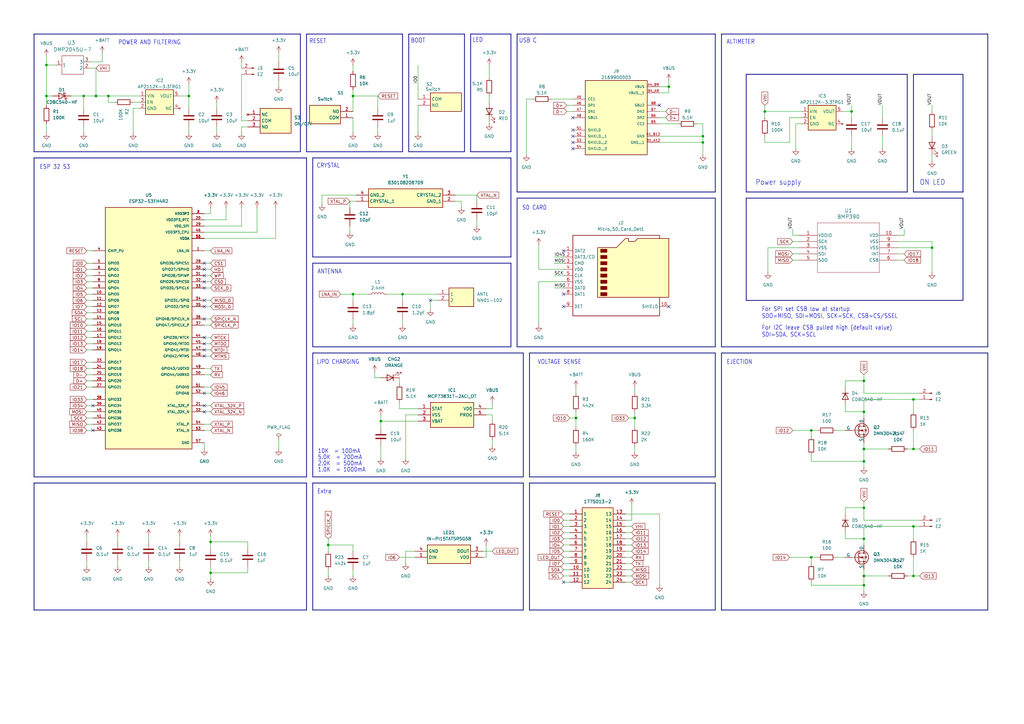
<source format=kicad_sch>
(kicad_sch (version 20231120) (generator "eeschema") (generator_version "8.0")
  (paper "A3")
  (lib_symbols
    (symbol "1775013-2:1775013-2"
      (property "Reference" "J" (at 5.588 7.366 0))
      (property "Value" "1775013-2" (at 5.588 4.826 0))
      (symbol "1775013-2_1_1"
        (pin passive line (at 0 0 0) (length 5.08) (name "1") (number "1"))
        (pin passive line (at 0 -22.86 0) (length 5.08) (name "10") (number "10"))
        (pin passive line (at 0 -25.4 0) (length 5.08) (name "11") (number "11"))
        (pin passive line (at 0 -27.94 0) (length 5.08) (name "12") (number "12"))
        (pin passive line (at 22.86 0 180) (length 5.08) (name "13") (number "13"))
        (pin passive line (at 22.86 -2.54 180) (length 5.08) (name "14") (number "14"))
        (pin passive line (at 22.86 -5.08 180) (length 5.08) (name "15") (number "15"))
        (pin passive line (at 22.86 -7.62 180) (length 5.08) (name "16") (number "16"))
        (pin passive line (at 22.86 -10.16 180) (length 5.08) (name "17") (number "17"))
        (pin passive line (at 22.86 -12.7 180) (length 5.08) (name "18") (number "18"))
        (pin passive line (at 22.86 -15.24 180) (length 5.08) (name "19") (number "19"))
        (pin passive line (at 0 -2.54 0) (length 5.08) (name "2") (number "2"))
        (pin passive line (at 22.86 -17.78 180) (length 5.08) (name "20") (number "20"))
        (pin passive line (at 22.86 -20.32 180) (length 5.08) (name "21") (number "21"))
        (pin passive line (at 22.86 -22.86 180) (length 5.08) (name "22") (number "22"))
        (pin passive line (at 22.86 -25.4 180) (length 5.08) (name "23") (number "23"))
        (pin passive line (at 22.86 -27.94 180) (length 5.08) (name "24") (number "24"))
        (pin passive line (at 0 -5.08 0) (length 5.08) (name "3") (number "3"))
        (pin passive line (at 0 -7.62 0) (length 5.08) (name "4") (number "4"))
        (pin passive line (at 0 -10.16 0) (length 5.08) (name "5") (number "5"))
        (pin passive line (at 0 -12.7 0) (length 5.08) (name "6") (number "6"))
        (pin passive line (at 0 -15.24 0) (length 5.08) (name "7") (number "7"))
        (pin passive line (at 0 -17.78 0) (length 5.08) (name "8") (number "8"))
        (pin passive line (at 0 -20.32 0) (length 5.08) (name "9") (number "9"))
      )
    )
    (symbol "2024-06-24_19-40-34:DMP2045U-7" (pin_names (offset 0.254))
      (property "Reference" "U" (at 12.446 8.636 0))
      (property "Value" "DMP2045U-7" (at 13.462 5.588 0))
      (symbol "DMP2045U-7_1_1"
        (pin power_in line (at 5.08 0 0) (length 2.54) (name "1") (number "1"))
        (pin power_out line (at 19.05 -1.27 180) (length 2.54) (name "2") (number "2"))
        (pin power_in line (at 19.05 1.27 180) (length 2.54) (name "3") (number "3"))
      )
    )
    (symbol "2024-06-24_21-04-01:BMP390" (pin_names (offset 0.254))
      (property "Reference" "U" (at 20.32 10.16 0))
      (property "Value" "BMP390" (at 20.32 7.62 0))
      (symbol "BMP390_0_1"
        (pin input line (at 0 -2.54 0) (length 7.62) (name "SCK") (number "2"))
        (pin bidirectional line (at 0 -7.62 0) (length 7.62) (name "SDI") (number "4"))
        (pin bidirectional line (at 0 -10.16 0) (length 7.62) (name "SDO") (number "5"))
        (pin input line (at 40.64 -10.16 180) (length 7.62) (name "CSB") (number "6"))
        (pin input line (at 40.64 -7.62 180) (length 7.62) (name "INT") (number "7"))
      )
      (symbol "BMP390_1_1"
        (pin power_in line (at 0 0 0) (length 7.62) (name "VDDIO") (number "1"))
        (pin power_in line (at 40.64 0 180) (length 7.62) (name "VDD") (number "10"))
        (pin power_in line (at 0 -5.08 0) (length 7.62) (name "VSS") (number "3"))
        (pin power_in line (at 40.64 -5.08 180) (length 7.62) (name "VSS") (number "8"))
        (pin power_in line (at 40.64 -2.54 180) (length 7.62) (name "VSS") (number "9"))
      )
    )
    (symbol "2169900003:2169900003" (pin_names (offset 1.016))
      (property "Reference" "J" (at -12.7 10.922 0))
      (property "Value" "2169900003" (at -12.7 -21.082 0))
      (symbol "2169900003_0_0"
        (pin power_in line (at 17.78 -12.7 180) (length 5.08) (name "GND") (number "A1_B12"))
        (pin bidirectional line (at -17.78 2.54 0) (length 5.08) (name "CC1") (number "A5"))
        (pin bidirectional line (at -17.78 0 0) (length 5.08) (name "DP1") (number "A6"))
        (pin bidirectional line (at -17.78 -2.54 0) (length 5.08) (name "DN1") (number "A7"))
        (pin bidirectional line (at -17.78 -5.08 0) (length 5.08) (name "SBU1") (number "A8"))
        (pin power_in line (at 17.78 -15.24 180) (length 5.08) (name "GND__1") (number "B1_A12"))
        (pin bidirectional line (at 17.78 -7.62 180) (length 5.08) (name "CC2") (number "B5"))
        (pin bidirectional line (at 17.78 -5.08 180) (length 5.08) (name "DP2") (number "B6"))
        (pin bidirectional line (at 17.78 -2.54 180) (length 5.08) (name "DN2") (number "B7"))
        (pin bidirectional line (at 17.78 0 180) (length 5.08) (name "SBU2") (number "B8"))
        (pin passive line (at -17.78 -10.16 0) (length 5.08) (name "SHIELD") (number "S1"))
        (pin passive line (at -17.78 -12.7 0) (length 5.08) (name "SHIELD__1") (number "S2"))
        (pin passive line (at -17.78 -15.24 0) (length 5.08) (name "SHIELD__2") (number "S3"))
        (pin passive line (at -17.78 -17.78 0) (length 5.08) (name "SHIELD__3") (number "S4"))
      )
      (symbol "2169900003_1_0"
        (pin power_out line (at 17.78 7.62 180) (length 5.08) (name "VBUS") (number "A4_B9"))
        (pin power_in line (at 17.78 5.08 180) (length 5.08) (name "VBUS__1") (number "B4_A9"))
      )
    )
    (symbol "830108208709:830108208709"
      (property "Reference" "Y" (at 36.83 7.62 0))
      (property "Value" "830108208709" (at 36.83 5.08 0))
      (symbol "830108208709_1_1"
        (pin passive line (at 0 -2.54 0) (length 5.08) (name "CRYSTAL_1") (number "1"))
        (pin power_in line (at 40.64 -2.54 180) (length 5.08) (name "GND_1") (number "2"))
        (pin passive line (at 40.64 0 180) (length 5.08) (name "CRYSTAL_2") (number "3"))
        (pin power_in line (at 0 0 0) (length 5.08) (name "GND_2") (number "4"))
      )
    )
    (symbol "AP2112K-3_3TRG1:AP2112K-3.3TRG1"
      (property "Reference" "IC" (at 26.67 7.62 0))
      (property "Value" "AP2112K-3.3TRG1" (at 26.67 5.08 0))
      (symbol "AP2112K-3.3TRG1_1_1"
        (pin power_in line (at 2.54 0 0) (length 2.54) (name "VIN") (number "1"))
        (pin power_in line (at 2.54 -5.08 0) (length 2.54) (name "GND") (number "2"))
        (pin input line (at 2.54 -2.54 0) (length 2.54) (name "EN") (number "3"))
        (pin no_connect line (at 19.05 -5.08 180) (length 2.54) (name "NC") (number "4"))
        (pin power_out line (at 19.05 0 180) (length 2.54) (name "VOUT") (number "5"))
      )
    )
    (symbol "AYZ0102AURLC:AYZ0102AURLC"
      (property "Reference" "S" (at 19.05 7.62 0))
      (property "Value" "AYZ0102AURLC" (at 19.05 5.08 0))
      (symbol "AYZ0102AURLC_1_1"
        (pin no_connect line (at 0 0 0) (length 5.08) (name "NC") (number "1"))
        (pin passive line (at 0 -2.54 0) (length 5.08) (name "COM") (number "2"))
        (pin passive line (at 0 -5.08 0) (length 5.08) (name "NO") (number "3"))
      )
    )
    (symbol "Connector:Conn_01x02_Pin" (pin_names (offset 1.016) hide)
      (property "Reference" "J" (at 0 2.54 0))
      (property "Value" "Conn_01x02_Pin" (at 0 -5.08 0))
      (symbol "Conn_01x02_Pin_1_1"
        (pin passive line (at 5.08 0 180) (length 3.81) (name "Pin_1") (number "1"))
        (pin passive line (at 5.08 -2.54 180) (length 3.81) (name "Pin_2") (number "2"))
      )
    )
    (symbol "Connector:Micro_SD_Card_Det1"
      (property "Reference" "J" (at -16.51 17.78 0))
      (property "Value" "Micro_SD_Card_Det1" (at 16.51 17.78 0))
      (symbol "Micro_SD_Card_Det1_1_1"
        (pin bidirectional line (at -22.86 10.16 0) (length 3.81) (name "DAT2") (number "1"))
        (pin passive line (at 20.32 -12.7 180) (length 3.81) (name "SHIELD") (number "10"))
        (pin bidirectional line (at -22.86 7.62 0) (length 3.81) (name "DAT3/CD") (number "2"))
        (pin input line (at -22.86 5.08 0) (length 3.81) (name "CMD") (number "3"))
        (pin power_in line (at -22.86 2.54 0) (length 3.81) (name "VDD") (number "4"))
        (pin input line (at -22.86 0 0) (length 3.81) (name "CLK") (number "5"))
        (pin power_in line (at -22.86 -2.54 0) (length 3.81) (name "VSS") (number "6"))
        (pin bidirectional line (at -22.86 -5.08 0) (length 3.81) (name "DAT0") (number "7"))
        (pin bidirectional line (at -22.86 -7.62 0) (length 3.81) (name "DAT1") (number "8"))
        (pin passive line (at -22.86 -12.7 0) (length 3.81) (name "DET") (number "9"))
      )
    )
    (symbol "Device:C" (pin_numbers hide) (pin_names (offset 0.254))
      (property "Reference" "C" (at 0.635 2.54 0))
      (property "Value" "C" (at 0.635 -2.54 0))
      (symbol "C_1_1"
        (pin passive line (at 0 3.81 270) (length 2.794) (name "~") (number "1"))
        (pin passive line (at 0 -3.81 90) (length 2.794) (name "~") (number "2"))
      )
    )
    (symbol "Device:D" (pin_numbers hide) (pin_names (offset 1.016) hide)
      (property "Reference" "D" (at 0 2.54 0))
      (property "Value" "D" (at 0 -2.54 0))
      (symbol "D_1_1"
        (pin passive line (at -3.81 0 0) (length 2.54) (name "K") (number "1"))
        (pin passive line (at 3.81 0 180) (length 2.54) (name "A") (number "2"))
      )
    )
    (symbol "Device:D_Schottky" (pin_numbers hide) (pin_names (offset 1.016) hide)
      (property "Reference" "D" (at 0 2.54 0))
      (property "Value" "D_Schottky" (at 0 -2.54 0))
      (symbol "D_Schottky_1_1"
        (pin passive line (at -3.81 0 0) (length 2.54) (name "K") (number "1"))
        (pin passive line (at 3.81 0 180) (length 2.54) (name "A") (number "2"))
      )
    )
    (symbol "Device:L" (pin_numbers hide) (pin_names (offset 1.016) hide)
      (property "Reference" "L" (at -1.27 0 90))
      (property "Value" "L" (at 1.905 0 90))
      (symbol "L_1_1"
        (pin passive line (at 0 3.81 270) (length 1.27) (name "1") (number "1"))
        (pin passive line (at 0 -3.81 90) (length 1.27) (name "2") (number "2"))
      )
    )
    (symbol "Device:LED" (pin_numbers hide) (pin_names (offset 1.016) hide)
      (property "Reference" "D" (at 0 2.54 0))
      (property "Value" "LED" (at 0 -2.54 0))
      (symbol "LED_1_1"
        (pin passive line (at -3.81 0 0) (length 2.54) (name "K") (number "1"))
        (pin passive line (at 3.81 0 180) (length 2.54) (name "A") (number "2"))
      )
    )
    (symbol "Device:R" (pin_numbers hide) (pin_names (offset 0))
      (property "Reference" "R" (at 2.032 0 90))
      (property "Value" "R" (at 0 0 90))
      (symbol "R_1_1"
        (pin passive line (at 0 3.81 270) (length 1.27) (name "~") (number "1"))
        (pin passive line (at 0 -3.81 90) (length 1.27) (name "~") (number "2"))
      )
    )
    (symbol "ESP32-S3FH4R2:ESP32-S3FH4R2" (pin_names (offset 1.016))
      (property "Reference" "U" (at -17.78 51.562 0))
      (property "Value" "ESP32-S3FH4R2" (at -17.78 -50.8 0))
      (symbol "ESP32-S3FH4R2_0_0"
        (pin bidirectional line (at 22.86 33.02 180) (length 5.08) (name "LNA_IN") (number "1"))
        (pin bidirectional line (at -22.86 15.24 0) (length 5.08) (name "GPIO5") (number "10"))
        (pin bidirectional line (at -22.86 12.7 0) (length 5.08) (name "GPIO6") (number "11"))
        (pin bidirectional line (at -22.86 10.16 0) (length 5.08) (name "GPIO7") (number "12"))
        (pin bidirectional line (at -22.86 7.62 0) (length 5.08) (name "GPIO8") (number "13"))
        (pin bidirectional line (at -22.86 5.08 0) (length 5.08) (name "GPIO9") (number "14"))
        (pin bidirectional line (at -22.86 2.54 0) (length 5.08) (name "GPIO10") (number "15"))
        (pin bidirectional line (at -22.86 0 0) (length 5.08) (name "GPIO11") (number "16"))
        (pin bidirectional line (at -22.86 -2.54 0) (length 5.08) (name "GPIO12") (number "17"))
        (pin bidirectional line (at -22.86 -5.08 0) (length 5.08) (name "GPIO13") (number "18"))
        (pin bidirectional line (at -22.86 -7.62 0) (length 5.08) (name "GPIO14") (number "19"))
        (pin power_in line (at 22.86 48.26 180) (length 5.08) (name "VDD3P3") (number "2"))
        (pin power_in line (at 22.86 45.72 180) (length 5.08) (name "VDD3P3_RTC") (number "20"))
        (pin bidirectional line (at 22.86 -30.48 180) (length 5.08) (name "XTAL_32K_P") (number "21"))
        (pin bidirectional line (at 22.86 -33.02 180) (length 5.08) (name "XTAL_32K_N") (number "22"))
        (pin bidirectional line (at -22.86 -12.7 0) (length 5.08) (name "GPIO17") (number "23"))
        (pin bidirectional line (at -22.86 -15.24 0) (length 5.08) (name "GPIO18") (number "24"))
        (pin bidirectional line (at -22.86 -17.78 0) (length 5.08) (name "GPIO19") (number "25"))
        (pin bidirectional line (at -22.86 -20.32 0) (length 5.08) (name "GPIO20") (number "26"))
        (pin bidirectional line (at -22.86 -22.86 0) (length 5.08) (name "GPIO21") (number "27"))
        (pin bidirectional line (at 22.86 27.94 180) (length 5.08) (name "GPIO26/SPICS1") (number "28"))
        (pin power_in line (at 22.86 43.18 180) (length 5.08) (name "VDD_SPI") (number "29"))
        (pin power_in line (at 22.86 48.26 180) (length 5.08) (name "VDD3P3") (number "3"))
        (pin bidirectional line (at 22.86 25.4 180) (length 5.08) (name "GPIO27/SPIHD") (number "30"))
        (pin bidirectional line (at 22.86 22.86 180) (length 5.08) (name "GPIO28/SPIWP") (number "31"))
        (pin bidirectional line (at 22.86 20.32 180) (length 5.08) (name "GPIO29/SPICS0") (number "32"))
        (pin bidirectional line (at 22.86 17.78 180) (length 5.08) (name "GPIO30/SPICLK") (number "33"))
        (pin bidirectional line (at 22.86 12.7 180) (length 5.08) (name "GPIO31/SPIQ") (number "34"))
        (pin bidirectional line (at 22.86 10.16 180) (length 5.08) (name "GPIO32/SPID") (number "35"))
        (pin bidirectional line (at 22.86 5.08 180) (length 5.08) (name "GPIO48/SPICLK_N") (number "36"))
        (pin bidirectional line (at 22.86 2.54 180) (length 5.08) (name "GPIO47/SPICLK_P") (number "37"))
        (pin bidirectional line (at -22.86 -27.94 0) (length 5.08) (name "GPIO33") (number "38"))
        (pin bidirectional line (at -22.86 -30.48 0) (length 5.08) (name "GPIO34") (number "39"))
        (pin input line (at -22.86 33.02 0) (length 5.08) (name "CHIP_PU") (number "4"))
        (pin bidirectional line (at -22.86 -33.02 0) (length 5.08) (name "GPIO35") (number "40"))
        (pin bidirectional line (at -22.86 -35.56 0) (length 5.08) (name "GPIO36") (number "41"))
        (pin bidirectional line (at -22.86 -38.1 0) (length 5.08) (name "GPIO37") (number "42"))
        (pin bidirectional line (at -22.86 -40.64 0) (length 5.08) (name "GPIO38") (number "43"))
        (pin bidirectional line (at 22.86 -2.54 180) (length 5.08) (name "GPIO39/MTCK") (number "44"))
        (pin bidirectional line (at 22.86 -5.08 180) (length 5.08) (name "GPIO40/MTDO") (number "45"))
        (pin power_in line (at 22.86 40.64 180) (length 5.08) (name "VDD3P3_CPU") (number "46"))
        (pin bidirectional line (at 22.86 -7.62 180) (length 5.08) (name "GPIO41/MTDI") (number "47"))
        (pin bidirectional line (at 22.86 -10.16 180) (length 5.08) (name "GPIO42/MTMS") (number "48"))
        (pin bidirectional line (at 22.86 -15.24 180) (length 5.08) (name "GPIO43/U0TXD") (number "49"))
        (pin bidirectional line (at -22.86 27.94 0) (length 5.08) (name "GPIO0") (number "5"))
        (pin bidirectional line (at 22.86 -17.78 180) (length 5.08) (name "GPIO44/U0RXD") (number "50"))
        (pin bidirectional line (at 22.86 -22.86 180) (length 5.08) (name "GPIO45") (number "51"))
        (pin bidirectional line (at 22.86 -25.4 180) (length 5.08) (name "GPIO46") (number "52"))
        (pin output line (at 22.86 -40.64 180) (length 5.08) (name "XTAL_N") (number "53"))
        (pin input line (at 22.86 -38.1 180) (length 5.08) (name "XTAL_P") (number "54"))
        (pin power_in line (at 22.86 38.1 180) (length 5.08) (name "VDDA") (number "55"))
        (pin power_in line (at 22.86 38.1 180) (length 5.08) (name "VDDA") (number "56"))
        (pin power_in line (at 22.86 -45.72 180) (length 5.08) (name "GND") (number "57"))
        (pin bidirectional line (at -22.86 25.4 0) (length 5.08) (name "GPIO1") (number "6"))
        (pin bidirectional line (at -22.86 22.86 0) (length 5.08) (name "GPIO2") (number "7"))
        (pin bidirectional line (at -22.86 20.32 0) (length 5.08) (name "GPIO3") (number "8"))
        (pin bidirectional line (at -22.86 17.78 0) (length 5.08) (name "GPIO4") (number "9"))
      )
    )
    (symbol "IN-PI15TAT5R5G5B:IN-PI15TAT5R5G5B"
      (property "Reference" "LED" (at 24.13 7.62 0))
      (property "Value" "IN-PI15TAT5R5G5B" (at 24.13 5.08 0))
      (symbol "IN-PI15TAT5R5G5B_1_1"
        (pin passive line (at 0 -2.54 0) (length 5.08) (name "DIN") (number "1"))
        (pin passive line (at 27.94 -2.54 180) (length 5.08) (name "VDD") (number "2"))
        (pin passive line (at 27.94 0 180) (length 5.08) (name "DOUT") (number "3"))
        (pin passive line (at 0 0 0) (length 5.08) (name "GND") (number "4"))
      )
    )
    (symbol "MCP73831T-2ACI_OT:MCP73831T-2ACI_OT"
      (property "Reference" "IC" (at 13.716 7.366 0))
      (property "Value" "MCP73831T-2ACI_OT" (at 4.572 4.826 0))
      (symbol "MCP73831T-2ACI_OT_1_1"
        (pin input line (at 0 0 0) (length 5.08) (name "STAT") (number "1"))
        (pin power_in line (at 0 -2.54 0) (length 5.08) (name "VSS") (number "2"))
        (pin power_out line (at 0 -5.08 0) (length 5.08) (name "VBAT") (number "3"))
        (pin power_in line (at 27.94 0 180) (length 5.08) (name "VDD") (number "4"))
        (pin passive line (at 27.94 -2.54 180) (length 5.08) (name "PROG") (number "5"))
      )
    )
    (symbol "NN01-102:NN01-102"
      (property "Reference" "ANT" (at 16.51 7.62 0))
      (property "Value" "NN01-102" (at 16.51 5.08 0))
      (symbol "NN01-102_1_1"
        (pin passive line (at 0 0 0) (length 5.08) (name "1") (number "1"))
        (pin passive line (at 0 -2.54 0) (length 5.08) (name "2") (number "2"))
      )
    )
    (symbol "PTS636_SK25F_SMTR_LFS:PTS636_SK25F_SMTR_LFS"
      (property "Reference" "S" (at 19.05 7.62 0))
      (property "Value" "PTS636_SK25F_SMTR_LFS" (at 19.05 5.08 0))
      (symbol "PTS636_SK25F_SMTR_LFS_1_1"
        (pin passive line (at 0 0 0) (length 5.08) (name "COM") (number "1"))
        (pin passive line (at 0 -2.54 0) (length 5.08) (name "NO") (number "2"))
      )
    )
    (symbol "Simulation_SPICE:NMOS" (pin_numbers hide) (pin_names (offset 0))
      (property "Reference" "Q" (at 5.08 1.27 0))
      (property "Value" "NMOS" (at 5.08 -1.27 0))
      (symbol "NMOS_1_1"
        (pin passive line (at 2.54 5.08 270) (length 2.54) (name "D") (number "1"))
        (pin input line (at -5.08 0 0) (length 2.54) (name "G") (number "2"))
        (pin passive line (at 2.54 -5.08 90) (length 2.54) (name "S") (number "3"))
      )
    )
    (symbol "power:+3.3V" (power) (pin_numbers hide) (pin_names (offset 0) hide)
      (property "Value" "+3.3V" (at 0 3.556 0))
      (symbol "+3.3V_1_1"
        (pin power_in line (at 0 0 90) (length 0) (name "~") (number "1"))
      )
    )
    (symbol "power:+BATT" (power) (pin_numbers hide) (pin_names (offset 0) hide)
      (property "Value" "+BATT" (at 0 3.556 0))
      (symbol "+BATT_1_1"
        (pin power_in line (at 0 0 90) (length 0) (name "~") (number "1"))
      )
    )
    (symbol "power:GND" (power) (pin_numbers hide) (pin_names (offset 0) hide)
      (property "Value" "GND" (at 0 -3.81 0))
      (symbol "GND_1_1"
        (pin power_in line (at 0 0 270) (length 0) (name "~") (number "1"))
      )
    )
    (symbol "power:PWR_FLAG" (power) (pin_numbers hide) (pin_names (offset 0) hide)
      (property "Value" "PWR_FLAG" (at 0 3.81 0))
      (symbol "PWR_FLAG_0_0"
        (pin power_out line (at 0 0 90) (length 0) (name "~") (number "1"))
      )
    )
    (symbol "power:VBUS" (power) (pin_numbers hide) (pin_names (offset 0) hide)
      (property "Value" "VBUS" (at 0 3.556 0))
      (symbol "VBUS_1_1"
        (pin power_in line (at 0 0 90) (length 0) (name "~") (number "1"))
      )
    )
  )
  (junction (at 86.36 222.25))
  (junction (at 354.33 208.28))
  (junction (at 354.33 168.91))
  (junction (at 39.37 39.37))
  (junction (at 134.62 223.52))
  (junction (at 349.25 45.72))
  (junction (at 288.29 55.88))
  (junction (at 382.27 101.6))
  (junction (at 288.29 58.42))
  (junction (at 236.22 171.45))
  (junction (at 19.05 26.67))
  (junction (at 156.21 172.72))
  (junction (at 354.33 236.22))
  (junction (at 354.33 189.23))
  (junction (at 374.65 184.15))
  (junction (at 274.32 35.56))
  (junction (at 44.45 39.37))
  (junction (at 354.33 240.03))
  (junction (at 144.78 120.65))
  (junction (at 19.05 39.37))
  (junction (at 332.74 176.53))
  (junction (at 34.29 39.37))
  (junction (at 144.78 39.37))
  (junction (at 165.1 120.65))
  (junction (at 354.33 220.98))
  (junction (at 354.33 156.21))
  (junction (at 86.36 234.95))
  (junction (at 374.65 215.9))
  (junction (at 374.65 163.83))
  (junction (at 260.35 171.45))
  (junction (at 77.47 39.37))
  (junction (at 313.69 45.72))
  (junction (at 374.65 236.22))
  (junction (at 354.33 184.15))
  (junction (at 332.74 228.6))
  (no_connect (at 83.82 143.51))
  (no_connect (at 83.82 161.29))
  (no_connect (at 231.14 102.87))
  (no_connect (at 83.82 138.43))
  (no_connect (at 83.82 113.03))
  (no_connect (at 83.82 146.05))
  (no_connect (at 83.82 110.49))
  (no_connect (at 234.95 55.88))
  (no_connect (at 38.1 166.37))
  (no_connect (at 38.1 176.53))
  (no_connect (at 83.82 107.95))
  (no_connect (at 234.95 53.34))
  (no_connect (at 234.95 60.96))
  (no_connect (at 274.32 125.73))
  (no_connect (at 83.82 168.91))
  (no_connect (at 176.53 123.19))
  (no_connect (at 83.82 140.97))
  (no_connect (at 231.14 120.65))
  (no_connect (at 234.95 58.42))
  (no_connect (at 83.82 115.57))
  (no_connect (at 83.82 166.37))
  (no_connect (at 234.95 48.26))
  (no_connect (at 83.82 130.81))
  (no_connect (at 83.82 118.11))
  (no_connect (at 83.82 125.73))
  (no_connect (at 83.82 123.19))
  (no_connect (at 231.14 238.76))
  (no_connect (at 231.14 125.73))
  (no_connect (at 270.51 43.18))
  (wire (pts (xy 313.69 45.72) (xy 328.93 45.72)) (stroke (width 0.1524)))
  (bus (pts (xy 125.73 195.58) (xy 125.73 64.77)))
  (wire (pts (xy 88.9 52.07) (xy 88.9 54.61)) (stroke (width 0.1524)))
  (bus (pts (xy 13.97 64.77) (xy 13.97 195.58)))
  (bus (pts (xy 209.55 13.97) (xy 209.55 62.23)))
  (wire (pts (xy 198.12 226.06) (xy 201.93 226.06)))
  (wire (pts (xy 256.54 238.76) (xy 259.08 238.76)))
  (wire (pts (xy 354.33 205.74) (xy 354.33 208.28)))
  (wire (pts (xy 83.82 110.49) (xy 86.36 110.49)))
  (wire (pts (xy 19.05 54.61) (xy 19.05 52.07)) (stroke (width 0.1524)))
  (wire (pts (xy 39.37 39.37) (xy 44.45 39.37)) (stroke (width 0.1524)))
  (wire (pts (xy 260.35 158.75) (xy 260.35 161.29)))
  (wire (pts (xy 199.39 223.52) (xy 199.39 228.6)))
  (bus (pts (xy 209.55 105.41) (xy 209.55 64.77)))
  (wire (pts (xy 256.54 220.98) (xy 259.08 220.98)))
  (wire (pts (xy 83.82 153.67) (xy 86.36 153.67)))
  (bus (pts (xy 306.07 78.74) (xy 372.11 78.74)))
  (wire (pts (xy 332.74 228.6) (xy 335.28 228.6)))
  (wire (pts (xy 325.12 99.06) (xy 327.66 99.06)))
  (wire (pts (xy 313.69 45.72) (xy 313.69 48.26)))
  (wire (pts (xy 35.56 135.89) (xy 38.1 135.89)))
  (wire (pts (xy 39.37 27.94) (xy 39.37 39.37)))
  (wire (pts (xy 171.45 43.18) (xy 171.45 46.99)))
  (bus (pts (xy 128.27 198.12) (xy 214.63 198.12)))
  (wire (pts (xy 354.33 215.9) (xy 374.65 215.9)))
  (wire (pts (xy 83.82 181.61) (xy 83.82 184.15)))
  (wire (pts (xy 374.65 184.15) (xy 377.19 184.15)))
  (wire (pts (xy 35.56 219.71) (xy 35.56 222.25)))
  (wire (pts (xy 218.44 40.64) (xy 215.9 40.64)))
  (wire (pts (xy 35.56 151.13) (xy 38.1 151.13)))
  (wire (pts (xy 256.54 223.52) (xy 259.08 223.52)))
  (wire (pts (xy 346.71 168.91) (xy 346.71 166.37)))
  (wire (pts (xy 41.91 21.59) (xy 41.91 25.4)) (stroke (width 0.1524)))
  (wire (pts (xy 165.1 130.81) (xy 165.1 133.35)))
  (wire (pts (xy 77.47 52.07) (xy 77.47 54.61)) (stroke (width 0.1524)))
  (wire (pts (xy 144.78 48.26) (xy 144.78 52.07)))
  (bus (pts (xy 193.04 13.97) (xy 209.55 13.97)))
  (bus (pts (xy 293.37 198.12) (xy 293.37 250.19)))
  (wire (pts (xy 259.08 215.9) (xy 256.54 215.9)))
  (bus (pts (xy 374.65 30.48) (xy 394.97 30.48)))
  (wire (pts (xy 215.9 40.64) (xy 215.9 63.5)))
  (wire (pts (xy 231.14 236.22) (xy 233.68 236.22)))
  (wire (pts (xy 83.82 125.73) (xy 86.36 125.73)))
  (wire (pts (xy 48.26 219.71) (xy 48.26 222.25)))
  (wire (pts (xy 236.22 168.91) (xy 236.22 171.45)))
  (wire (pts (xy 325.12 93.98) (xy 325.12 96.52)))
  (wire (pts (xy 231.14 238.76) (xy 233.68 238.76)))
  (bus (pts (xy 306.07 30.48) (xy 372.11 30.48)))
  (bus (pts (xy 165.1 62.23) (xy 165.1 13.97)))
  (wire (pts (xy 195.58 80.01) (xy 195.58 82.55)))
  (wire (pts (xy 325.12 104.14) (xy 327.66 104.14)))
  (bus (pts (xy 295.91 144.78) (xy 295.91 250.19)))
  (wire (pts (xy 144.78 41.91) (xy 144.78 45.72)))
  (bus (pts (xy 214.63 195.58) (xy 128.27 195.58)))
  (wire (pts (xy 35.56 156.21) (xy 38.1 156.21)))
  (wire (pts (xy 83.82 87.63) (xy 86.36 87.63)))
  (wire (pts (xy 139.7 120.65) (xy 144.78 120.65)))
  (wire (pts (xy 354.33 240.03) (xy 354.33 242.57)))
  (wire (pts (xy 274.32 38.1) (xy 274.32 35.56)))
  (wire (pts (xy 35.56 102.87) (xy 38.1 102.87)))
  (wire (pts (xy 374.65 163.83) (xy 377.19 163.83)))
  (wire (pts (xy 323.85 228.6) (xy 332.74 228.6)))
  (wire (pts (xy 34.29 39.37) (xy 34.29 44.45)) (stroke (width 0.1524)))
  (wire (pts (xy 60.96 219.71) (xy 60.96 222.25)))
  (wire (pts (xy 132.08 80.01) (xy 132.08 83.82)))
  (wire (pts (xy 354.33 161.29) (xy 377.19 161.29)))
  (wire (pts (xy 19.05 39.37) (xy 21.59 39.37)))
  (wire (pts (xy 374.65 228.6) (xy 374.65 236.22)))
  (wire (pts (xy 332.74 186.69) (xy 332.74 189.23)))
  (wire (pts (xy 332.74 240.03) (xy 354.33 240.03)))
  (wire (pts (xy 270.51 55.88) (xy 288.29 55.88)))
  (wire (pts (xy 73.66 39.37) (xy 77.47 39.37)))
  (bus (pts (xy 217.17 144.78) (xy 293.37 144.78)))
  (wire (pts (xy 227.33 105.41) (xy 231.14 105.41)))
  (wire (pts (xy 144.78 120.65) (xy 151.13 120.65)))
  (wire (pts (xy 354.33 213.36) (xy 377.19 213.36)))
  (wire (pts (xy 361.95 55.88) (xy 361.95 60.96)) (stroke (width 0.1524)))
  (wire (pts (xy 83.82 90.17) (xy 92.71 90.17)))
  (wire (pts (xy 354.33 184.15) (xy 364.49 184.15)))
  (wire (pts (xy 44.45 39.37) (xy 44.45 41.91)))
  (wire (pts (xy 83.82 95.25) (xy 105.41 95.25)))
  (wire (pts (xy 314.96 101.6) (xy 314.96 111.76)))
  (wire (pts (xy 83.82 118.11) (xy 86.36 118.11)))
  (bus (pts (xy 209.55 62.23) (xy 193.04 62.23)))
  (wire (pts (xy 199.39 170.18) (xy 201.93 170.18)))
  (bus (pts (xy 212.09 13.97) (xy 212.09 78.74)))
  (wire (pts (xy 143.51 82.55) (xy 146.05 82.55)))
  (bus (pts (xy 125.73 250.19) (xy 125.73 198.12)))
  (bus (pts (xy 293.37 195.58) (xy 293.37 144.78)))
  (wire (pts (xy 146.05 80.01) (xy 132.08 80.01)))
  (wire (pts (xy 374.65 163.83) (xy 374.65 168.91)))
  (wire (pts (xy 256.54 210.82) (xy 270.51 210.82)))
  (bus (pts (xy 128.27 198.12) (xy 128.27 250.19)))
  (wire (pts (xy 226.06 40.64) (xy 234.95 40.64)))
  (wire (pts (xy 346.71 168.91) (xy 354.33 168.91)))
  (wire (pts (xy 231.14 226.06) (xy 233.68 226.06)))
  (wire (pts (xy 200.66 41.91) (xy 200.66 39.37)))
  (wire (pts (xy 166.37 226.06) (xy 166.37 231.14)))
  (wire (pts (xy 186.69 82.55) (xy 189.23 82.55)))
  (wire (pts (xy 326.39 50.8) (xy 326.39 60.96)) (stroke (width 0.1524)))
  (wire (pts (xy 257.81 171.45) (xy 260.35 171.45)))
  (wire (pts (xy 35.56 148.59) (xy 38.1 148.59)))
  (bus (pts (xy 128.27 107.95) (xy 128.27 142.24)))
  (bus (pts (xy 217.17 195.58) (xy 293.37 195.58)))
  (wire (pts (xy 382.27 43.18) (xy 382.27 45.72)))
  (wire (pts (xy 156.21 172.72) (xy 171.45 172.72)))
  (wire (pts (xy 83.82 161.29) (xy 86.36 161.29)))
  (wire (pts (xy 354.33 215.9) (xy 354.33 220.98)))
  (bus (pts (xy 374.65 78.74) (xy 394.97 78.74)))
  (wire (pts (xy 323.85 48.26) (xy 328.93 48.26)))
  (wire (pts (xy 101.6 232.41) (xy 101.6 234.95)))
  (wire (pts (xy 114.3 21.59) (xy 114.3 25.4)))
  (wire (pts (xy 83.82 168.91) (xy 86.36 168.91)))
  (bus (pts (xy 125.73 62.23) (xy 165.1 62.23)))
  (wire (pts (xy 144.78 120.65) (xy 144.78 123.19)))
  (wire (pts (xy 171.45 170.18) (xy 166.37 170.18)))
  (wire (pts (xy 83.82 123.19) (xy 86.36 123.19)))
  (wire (pts (xy 34.29 52.07) (xy 34.29 54.61)) (stroke (width 0.1524)))
  (wire (pts (xy 35.56 120.65) (xy 38.1 120.65)))
  (wire (pts (xy 231.14 228.6) (xy 233.68 228.6)))
  (wire (pts (xy 101.6 49.53) (xy 99.06 49.53)))
  (wire (pts (xy 236.22 158.75) (xy 236.22 161.29)))
  (wire (pts (xy 165.1 120.65) (xy 179.07 120.65)))
  (wire (pts (xy 332.74 189.23) (xy 354.33 189.23)))
  (wire (pts (xy 73.66 219.71) (xy 73.66 222.25)))
  (wire (pts (xy 274.32 35.56) (xy 274.32 33.02)))
  (bus (pts (xy 293.37 81.28) (xy 293.37 142.24)))
  (wire (pts (xy 256.54 236.22) (xy 259.08 236.22)))
  (wire (pts (xy 354.33 153.67) (xy 354.33 156.21)))
  (bus (pts (xy 295.91 13.97) (xy 405.13 13.97)))
  (wire (pts (xy 227.33 113.03) (xy 231.14 113.03)))
  (wire (pts (xy 163.83 154.94) (xy 163.83 157.48)))
  (bus (pts (xy 128.27 64.77) (xy 128.27 105.41)))
  (bus (pts (xy 394.97 123.19) (xy 394.97 81.28)))
  (wire (pts (xy 35.56 130.81) (xy 38.1 130.81)))
  (wire (pts (xy 288.29 58.42) (xy 288.29 63.5)))
  (wire (pts (xy 332.74 176.53) (xy 335.28 176.53)))
  (bus (pts (xy 193.04 13.97) (xy 193.04 62.23)))
  (wire (pts (xy 332.74 238.76) (xy 332.74 240.03)))
  (wire (pts (xy 35.56 168.91) (xy 38.1 168.91)))
  (bus (pts (xy 123.19 13.97) (xy 123.19 62.23)))
  (wire (pts (xy 227.33 107.95) (xy 231.14 107.95)))
  (wire (pts (xy 349.25 43.18) (xy 349.25 45.72)) (stroke (width 0.1524)))
  (wire (pts (xy 232.41 45.72) (xy 234.95 45.72)))
  (wire (pts (xy 354.33 220.98) (xy 354.33 223.52)))
  (wire (pts (xy 44.45 39.37) (xy 57.15 39.37)) (stroke (width 0.1524)))
  (wire (pts (xy 201.93 165.1) (xy 201.93 167.64)))
  (wire (pts (xy 231.14 223.52) (xy 233.68 223.52)))
  (wire (pts (xy 227.33 118.11) (xy 231.14 118.11)))
  (bus (pts (xy 128.27 144.78) (xy 214.63 144.78)))
  (wire (pts (xy 158.75 120.65) (xy 165.1 120.65)))
  (bus (pts (xy 405.13 144.78) (xy 405.13 250.19)))
  (wire (pts (xy 346.71 208.28) (xy 354.33 208.28)))
  (wire (pts (xy 256.54 213.36) (xy 259.08 213.36)))
  (wire (pts (xy 83.82 130.81) (xy 86.36 130.81)))
  (wire (pts (xy 134.62 220.98) (xy 134.62 223.52)))
  (bus (pts (xy 295.91 144.78) (xy 405.13 144.78)))
  (wire (pts (xy 332.74 176.53) (xy 332.74 179.07)))
  (wire (pts (xy 361.95 43.18) (xy 361.95 48.26)) (stroke (width 0.1524)))
  (wire (pts (xy 86.36 219.71) (xy 86.36 222.25)))
  (wire (pts (xy 144.78 52.07) (xy 144.78 54.61)) (stroke (width 0.1524)))
  (bus (pts (xy 217.17 198.12) (xy 217.17 250.19)))
  (wire (pts (xy 86.36 232.41) (xy 86.36 234.95)))
  (wire (pts (xy 342.9 228.6) (xy 346.71 228.6)))
  (wire (pts (xy 270.51 58.42) (xy 288.29 58.42)))
  (bus (pts (xy 13.97 13.97) (xy 123.19 13.97)))
  (wire (pts (xy 354.33 233.68) (xy 354.33 236.22)))
  (wire (pts (xy 83.82 97.79) (xy 113.03 97.79)))
  (wire (pts (xy 35.56 173.99) (xy 38.1 173.99)))
  (wire (pts (xy 201.93 167.64) (xy 199.39 167.64)))
  (wire (pts (xy 260.35 168.91) (xy 260.35 171.45)))
  (wire (pts (xy 35.56 128.27) (xy 38.1 128.27)))
  (wire (pts (xy 354.33 208.28) (xy 354.33 213.36)))
  (wire (pts (xy 114.3 180.34) (xy 114.3 184.15)))
  (wire (pts (xy 54.61 44.45) (xy 57.15 44.45)) (stroke (width 0.1524)))
  (wire (pts (xy 35.56 176.53) (xy 38.1 176.53)))
  (wire (pts (xy 170.18 226.06) (xy 166.37 226.06)))
  (wire (pts (xy 83.82 151.13) (xy 86.36 151.13)))
  (wire (pts (xy 313.69 55.88) (xy 313.69 58.42)))
  (bus (pts (xy 167.64 62.23) (xy 190.5 62.23)))
  (bus (pts (xy 394.97 78.74) (xy 394.97 30.48)))
  (wire (pts (xy 77.47 39.37) (xy 77.47 44.45)) (stroke (width 0.1524)))
  (wire (pts (xy 349.25 55.88) (xy 349.25 60.96)) (stroke (width 0.1524)))
  (wire (pts (xy 236.22 171.45) (xy 236.22 175.26)))
  (wire (pts (xy 73.66 229.87) (xy 73.66 232.41)))
  (wire (pts (xy 154.94 44.45) (xy 154.94 39.37)) (stroke (width 0.1524)))
  (wire (pts (xy 354.33 189.23) (xy 354.33 191.77)))
  (wire (pts (xy 35.56 133.35) (xy 38.1 133.35)))
  (bus (pts (xy 293.37 250.19) (xy 217.17 250.19)))
  (wire (pts (xy 86.36 234.95) (xy 101.6 234.95)))
  (wire (pts (xy 382.27 63.5) (xy 382.27 66.04)))
  (wire (pts (xy 92.71 90.17) (xy 92.71 85.09)))
  (wire (pts (xy 144.78 39.37) (xy 154.94 39.37)) (stroke (width 0.1524)))
  (wire (pts (xy 313.69 43.18) (xy 313.69 45.72)) (stroke (width 0.1524)))
  (wire (pts (xy 99.06 92.71) (xy 99.06 85.09)))
  (wire (pts (xy 285.75 50.8) (xy 288.29 50.8)))
  (wire (pts (xy 83.82 140.97) (xy 86.36 140.97)))
  (bus (pts (xy 306.07 30.48) (xy 306.07 78.74)))
  (wire (pts (xy 134.62 223.52) (xy 144.78 223.52)))
  (wire (pts (xy 220.98 110.49) (xy 231.14 110.49)))
  (wire (pts (xy 256.54 218.44) (xy 259.08 218.44)))
  (wire (pts (xy 231.14 213.36) (xy 233.68 213.36)))
  (wire (pts (xy 19.05 50.8) (xy 19.05 52.07)))
  (wire (pts (xy 354.33 163.83) (xy 354.33 168.91)))
  (bus (pts (xy 13.97 198.12) (xy 125.73 198.12)))
  (wire (pts (xy 154.94 54.61) (xy 154.94 52.07)) (stroke (width 0.1524)))
  (bus (pts (xy 405.13 142.24) (xy 405.13 13.97)))
  (wire (pts (xy 35.56 115.57) (xy 38.1 115.57)))
  (wire (pts (xy 200.66 49.53) (xy 200.66 50.8)) (stroke (width 0.1524)))
  (wire (pts (xy 374.65 236.22) (xy 372.11 236.22)))
  (bus (pts (xy 293.37 142.24) (xy 212.09 142.24)))
  (wire (pts (xy 189.23 82.55) (xy 189.23 85.09)))
  (bus (pts (xy 13.97 250.19) (xy 125.73 250.19)))
  (wire (pts (xy 325.12 176.53) (xy 332.74 176.53)))
  (wire (pts (xy 346.71 156.21) (xy 354.33 156.21)))
  (wire (pts (xy 34.29 39.37) (xy 39.37 39.37)))
  (wire (pts (xy 382.27 101.6) (xy 368.3 101.6)))
  (wire (pts (xy 83.82 113.03) (xy 86.36 113.03)))
  (bus (pts (xy 128.27 105.41) (xy 209.55 105.41)))
  (wire (pts (xy 370.84 96.52) (xy 368.3 96.52)))
  (wire (pts (xy 77.47 34.29) (xy 77.47 39.37)) (stroke (width 0.1524)))
  (wire (pts (xy 44.45 41.91) (xy 46.99 41.91)))
  (wire (pts (xy 256.54 231.14) (xy 259.08 231.14)))
  (wire (pts (xy 236.22 182.88) (xy 236.22 185.42)))
  (wire (pts (xy 101.6 52.07) (xy 99.06 52.07)))
  (bus (pts (xy 13.97 195.58) (xy 125.73 195.58)))
  (wire (pts (xy 156.21 172.72) (xy 156.21 175.26)) (stroke (width 0.1524)))
  (bus (pts (xy 128.27 64.77) (xy 209.55 64.77)))
  (bus (pts (xy 212.09 13.97) (xy 293.37 13.97)))
  (wire (pts (xy 35.56 166.37) (xy 38.1 166.37)))
  (wire (pts (xy 374.65 176.53) (xy 374.65 184.15)))
  (wire (pts (xy 327.66 96.52) (xy 325.12 96.52)))
  (wire (pts (xy 83.82 133.35) (xy 86.36 133.35)))
  (wire (pts (xy 342.9 176.53) (xy 346.71 176.53)))
  (bus (pts (xy 306.07 81.28) (xy 394.97 81.28)))
  (wire (pts (xy 332.74 231.14) (xy 332.74 228.6)))
  (wire (pts (xy 134.62 226.06) (xy 134.62 223.52)))
  (wire (pts (xy 19.05 22.86) (xy 19.05 26.67)) (stroke (width 0.1524)))
  (bus (pts (xy 13.97 13.97) (xy 13.97 62.23)))
  (wire (pts (xy 345.44 45.72) (xy 349.25 45.72)))
  (wire (pts (xy 36.83 27.94) (xy 39.37 27.94)))
  (wire (pts (xy 354.33 156.21) (xy 354.33 161.29)))
  (wire (pts (xy 113.03 97.79) (xy 113.03 85.09)))
  (bus (pts (xy 214.63 250.19) (xy 128.27 250.19)))
  (wire (pts (xy 232.41 43.18) (xy 234.95 43.18)))
  (wire (pts (xy 354.33 184.15) (xy 354.33 189.23)))
  (wire (pts (xy 83.82 143.51) (xy 86.36 143.51)))
  (wire (pts (xy 201.93 180.34) (xy 201.93 182.88)))
  (wire (pts (xy 35.56 118.11) (xy 38.1 118.11)))
  (wire (pts (xy 270.51 45.72) (xy 273.05 45.72)))
  (wire (pts (xy 144.78 26.67) (xy 144.78 29.21)) (stroke (width 0.1524)))
  (wire (pts (xy 231.14 210.82) (xy 233.68 210.82)))
  (wire (pts (xy 171.45 46.99) (xy 171.45 54.61)) (stroke (width 0.1524)))
  (wire (pts (xy 233.68 171.45) (xy 236.22 171.45)))
  (bus (pts (xy 209.55 107.95) (xy 209.55 142.24)))
  (wire (pts (xy 134.62 233.68) (xy 134.62 236.22)))
  (wire (pts (xy 256.54 228.6) (xy 259.08 228.6)))
  (wire (pts (xy 370.84 93.98) (xy 370.84 96.52)))
  (wire (pts (xy 323.85 48.26) (xy 323.85 58.42)))
  (wire (pts (xy 256.54 233.68) (xy 259.08 233.68)))
  (wire (pts (xy 163.83 167.64) (xy 163.83 165.1)))
  (wire (pts (xy 259.08 207.01) (xy 259.08 213.36)))
  (wire (pts (xy 288.29 55.88) (xy 288.29 58.42)))
  (bus (pts (xy 374.65 30.48) (xy 374.65 78.74)))
  (wire (pts (xy 99.06 25.4) (xy 99.06 27.94)))
  (wire (pts (xy 231.14 233.68) (xy 233.68 233.68)))
  (wire (pts (xy 86.36 138.43) (xy 83.82 138.43)))
  (wire (pts (xy 35.56 138.43) (xy 38.1 138.43)))
  (wire (pts (xy 354.33 181.61) (xy 354.33 184.15)))
  (wire (pts (xy 374.65 184.15) (xy 372.11 184.15)))
  (wire (pts (xy 36.83 25.4) (xy 41.91 25.4)))
  (wire (pts (xy 346.71 156.21) (xy 346.71 158.75)))
  (wire (pts (xy 153.67 152.4) (xy 153.67 154.94)))
  (wire (pts (xy 35.56 125.73) (xy 38.1 125.73)))
  (wire (pts (xy 35.56 171.45) (xy 38.1 171.45)))
  (wire (pts (xy 171.45 167.64) (xy 163.83 167.64)))
  (wire (pts (xy 231.14 215.9) (xy 233.68 215.9)))
  (wire (pts (xy 270.51 48.26) (xy 273.05 48.26)))
  (wire (pts (xy 144.78 130.81) (xy 144.78 133.35)))
  (bus (pts (xy 167.64 13.97) (xy 190.5 13.97)))
  (wire (pts (xy 179.07 123.19) (xy 176.53 123.19)))
  (wire (pts (xy 83.82 166.37) (xy 86.36 166.37)))
  (wire (pts (xy 35.56 107.95) (xy 38.1 107.95)))
  (wire (pts (xy 231.14 231.14) (xy 233.68 231.14)))
  (wire (pts (xy 156.21 182.88) (xy 156.21 187.96)) (stroke (width 0.1524)))
  (wire (pts (xy 326.39 50.8) (xy 328.93 50.8)) (stroke (width 0.1524)))
  (wire (pts (xy 382.27 99.06) (xy 382.27 101.6)))
  (wire (pts (xy 354.33 168.91) (xy 354.33 171.45)))
  (wire (pts (xy 143.51 85.09) (xy 143.51 82.55)))
  (wire (pts (xy 83.82 115.57) (xy 86.36 115.57)))
  (wire (pts (xy 35.56 158.75) (xy 38.1 158.75)))
  (bus (pts (xy 293.37 13.97) (xy 293.37 78.74)))
  (wire (pts (xy 54.61 41.91) (xy 57.15 41.91)))
  (wire (pts (xy 374.65 236.22) (xy 377.19 236.22)))
  (wire (pts (xy 35.56 143.51) (xy 38.1 143.51)))
  (wire (pts (xy 143.51 92.71) (xy 143.51 95.25)))
  (bus (pts (xy 217.17 144.78) (xy 217.17 195.58)))
  (bus (pts (xy 217.17 198.12) (xy 293.37 198.12)))
  (wire (pts (xy 35.56 153.67) (xy 38.1 153.67)))
  (bus (pts (xy 128.27 144.78) (xy 128.27 195.58)))
  (bus (pts (xy 13.97 64.77) (xy 125.73 64.77)))
  (bus (pts (xy 128.27 107.95) (xy 209.55 107.95)))
  (wire (pts (xy 231.14 220.98) (xy 233.68 220.98)))
  (wire (pts (xy 200.66 26.67) (xy 200.66 31.75)))
  (wire (pts (xy 83.82 92.71) (xy 99.06 92.71)))
  (wire (pts (xy 19.05 39.37) (xy 19.05 43.18)) (stroke (width 0.1524)))
  (wire (pts (xy 144.78 223.52) (xy 144.78 226.06)))
  (bus (pts (xy 295.91 142.24) (xy 405.13 142.24)))
  (wire (pts (xy 171.45 36.83) (xy 171.45 26.67)) (stroke (width 0.1524)))
  (wire (pts (xy 382.27 101.6) (xy 382.27 111.76)))
  (wire (pts (xy 163.83 228.6) (xy 170.18 228.6)))
  (wire (pts (xy 231.14 218.44) (xy 233.68 218.44)))
  (wire (pts (xy 270.51 35.56) (xy 274.32 35.56)))
  (wire (pts (xy 156.21 170.18) (xy 156.21 172.72)) (stroke (width 0.1524)))
  (bus (pts (xy 167.64 13.97) (xy 167.64 62.23)))
  (wire (pts (xy 88.9 41.91) (xy 88.9 44.45)))
  (wire (pts (xy 382.27 55.88) (xy 382.27 53.34)) (stroke (width 0.1524)))
  (bus (pts (xy 125.73 13.97) (xy 125.73 62.23)))
  (wire (pts (xy 260.35 182.88) (xy 260.35 185.42)))
  (wire (pts (xy 83.82 173.99) (xy 86.36 173.99)))
  (bus (pts (xy 214.63 198.12) (xy 214.63 250.19)))
  (wire (pts (xy 220.98 133.35) (xy 220.98 115.57)))
  (bus (pts (xy 295.91 13.97) (xy 295.91 142.24)))
  (wire (pts (xy 35.56 229.87) (xy 35.56 232.41)))
  (bus (pts (xy 405.13 250.19) (xy 295.91 250.19)))
  (wire (pts (xy 260.35 171.45) (xy 260.35 175.26)))
  (bus (pts (xy 212.09 81.28) (xy 212.09 142.24)))
  (wire (pts (xy 54.61 44.45) (xy 54.61 54.61)) (stroke (width 0.1524)))
  (wire (pts (xy 144.78 233.68) (xy 144.78 236.22)))
  (bus (pts (xy 372.11 78.74) (xy 372.11 30.48)))
  (wire (pts (xy 105.41 95.25) (xy 105.41 85.09)))
  (wire (pts (xy 83.82 107.95) (xy 86.36 107.95)))
  (wire (pts (xy 374.65 215.9) (xy 377.19 215.9)))
  (bus (pts (xy 212.09 81.28) (xy 293.37 81.28)))
  (wire (pts (xy 201.93 170.18) (xy 201.93 172.72)))
  (wire (pts (xy 35.56 163.83) (xy 38.1 163.83)))
  (bus (pts (xy 306.07 81.28) (xy 306.07 123.19)))
  (wire (pts (xy 19.05 26.67) (xy 19.05 39.37)))
  (wire (pts (xy 101.6 222.25) (xy 101.6 224.79)))
  (wire (pts (xy 186.69 80.01) (xy 195.58 80.01)))
  (wire (pts (xy 270.51 50.8) (xy 278.13 50.8)))
  (wire (pts (xy 60.96 229.87) (xy 60.96 232.41)))
  (wire (pts (xy 325.12 106.68) (xy 327.66 106.68)))
  (wire (pts (xy 368.3 106.68) (xy 370.84 106.68)))
  (wire (pts (xy 176.53 123.19) (xy 176.53 127)))
  (wire (pts (xy 165.1 120.65) (xy 165.1 123.19)))
  (wire (pts (xy 83.82 146.05) (xy 86.36 146.05)))
  (bus (pts (xy 209.55 142.24) (xy 128.27 142.24)))
  (bus (pts (xy 293.37 78.74) (xy 212.09 78.74)))
  (wire (pts (xy 83.82 102.87) (xy 86.36 102.87)))
  (wire (pts (xy 354.33 236.22) (xy 364.49 236.22)))
  (wire (pts (xy 166.37 170.18) (xy 166.37 187.96)))
  (wire (pts (xy 144.78 36.83) (xy 144.78 39.37)) (stroke (width 0.1524)))
  (bus (pts (xy 190.5 62.23) (xy 190.5 13.97)))
  (wire (pts (xy 29.21 39.37) (xy 34.29 39.37)) (stroke (width 0.1524)))
  (bus (pts (xy 123.19 62.23) (xy 13.97 62.23)))
  (wire (pts (xy 323.85 58.42) (xy 313.69 58.42)))
  (wire (pts (xy 346.71 208.28) (xy 346.71 210.82)))
  (wire (pts (xy 270.51 38.1) (xy 274.32 38.1)))
  (wire (pts (xy 86.36 237.49) (xy 86.36 234.95)))
  (wire (pts (xy 368.3 104.14) (xy 370.84 104.14)))
  (wire (pts (xy 374.65 215.9) (xy 374.65 220.98)))
  (wire (pts (xy 35.56 110.49) (xy 38.1 110.49)))
  (wire (pts (xy 144.78 39.37) (xy 144.78 41.91)) (stroke (width 0.1524)))
  (wire (pts (xy 101.6 222.25) (xy 86.36 222.25)))
  (wire (pts (xy 83.82 176.53) (xy 86.36 176.53)))
  (wire (pts (xy 48.26 229.87) (xy 48.26 232.41)))
  (bus (pts (xy 306.07 123.19) (xy 394.97 123.19)))
  (wire (pts (xy 256.54 226.06) (xy 259.08 226.06)))
  (bus (pts (xy 125.73 13.97) (xy 165.1 13.97)))
  (wire (pts (xy 35.56 113.03) (xy 38.1 113.03)))
  (wire (pts (xy 354.33 163.83) (xy 374.65 163.83)))
  (wire (pts (xy 171.45 36.83) (xy 171.45 40.64)))
  (bus (pts (xy 214.63 144.78) (xy 214.63 195.58)))
  (wire (pts (xy 368.3 99.06) (xy 382.27 99.06)))
  (wire (pts (xy 99.06 52.07) (xy 99.06 54.61)))
  (wire (pts (xy 35.56 123.19) (xy 38.1 123.19)))
  (wire (pts (xy 86.36 87.63) (xy 86.36 85.09)))
  (wire (pts (xy 349.25 45.72) (xy 349.25 48.26)) (stroke (width 0.1524)))
  (wire (pts (xy 354.33 236.22) (xy 354.33 240.03)))
  (wire (pts (xy 35.56 140.97) (xy 38.1 140.97)))
  (wire (pts (xy 270.51 210.82) (xy 270.51 240.03)))
  (wire (pts (xy 195.58 90.17) (xy 195.58 92.71)))
  (bus (pts (xy 13.97 198.12) (xy 13.97 250.19)))
  (wire (pts (xy 288.29 50.8) (xy 288.29 55.88)))
  (wire (pts (xy 99.06 49.53) (xy 99.06 30.48)))
  (wire (pts (xy 114.3 33.02) (xy 114.3 35.56)))
  (wire (pts (xy 86.36 158.75) (xy 83.82 158.75)))
  (wire (pts (xy 346.71 220.98) (xy 354.33 220.98)))
  (wire (pts (xy 327.66 101.6) (xy 314.96 101.6)))
  (wire (pts (xy 346.71 218.44) (xy 346.71 220.98)))
  (wire (pts (xy 198.12 228.6) (xy 199.39 228.6)))
  (wire (pts (xy 220.98 115.57) (xy 231.14 115.57)))
  (wire (pts (xy 153.67 154.94) (xy 156.21 154.94)))
  (wire (pts (xy 220.98 100.33) (xy 220.98 110.49)))
  (wire (pts (xy 19.05 26.67) (xy 22.86 26.67)))
  (wire (pts (xy 86.36 222.25) (xy 86.36 224.79)))
  (text "ALTIMETER\n" (at 309.626 18.288 0) (effects (font (size 1.778 1.5113)) (justify right bottom)))
  (text "RESET" (at 133.858 18.034 0) (effects (font (size 1.778 1.5113)) (justify right bottom)))
  (text "For I2C leave CSB pulled high (default value)\nSDI=SDA, SCK=SCL" (at 312.42 138.43 0) (effects (font (size 1.778 1.5113)) (justify left bottom)))
  (text "EJECTION\n" (at 297.942 149.606 0) (effects (font (size 1.778 1.5113)) (justify left bottom)))
  (text "ON LED" (at 377.19 76.2 0) (effects (font (size 2.1844 1.8567)) (justify left bottom)))
  (text "2.0K  = 500mA" (at 130.302 191.262 0) (effects (font (size 1.778 1.5113)) (justify left bottom)))
  (text "Power supply" (at 309.88 76.2 0) (effects (font (size 2.1844 1.8567)) (justify left bottom)))
  (text "VOLTAGE SENSE" (at 220.472 149.606 0) (effects (font (size 1.778 1.5113)) (justify left bottom)))
  (text "ANTENNA" (at 140.208 112.522 0) (effects (font (size 1.778 1.5113)) (justify right bottom)))
  (text "Extra\n" (at 130.048 202.692 0) (effects (font (size 1.778 1.5113)) (justify left bottom)))
  (text "ESP 32 S3" (at 16.256 69.596 0) (effects (font (size 1.778 1.5113)) (justify left bottom)))
  (text "For SPI set CSB low at startup\nSDO=MISO, SDI=MOSI, SCK=SCK, CSB=CS/SSEL" (at 312.42 130.81 0) (effects (font (size 1.778 1.5113)) (justify left bottom)))
  (text "LED" (at 193.802 17.526 0) (effects (font (size 1.778 1.5113)) (justify left bottom)))
  (text "10K  = 100mA" (at 130.302 186.182 0) (effects (font (size 1.778 1.5113)) (justify left bottom)))
  (text "USB C" (at 220.218 17.78 0) (effects (font (size 1.778 1.5113)) (justify right bottom)))
  (text "SD CARD" (at 224.282 86.36 0) (effects (font (size 1.778 1.5113)) (justify right bottom)))
  (text "CRYSTAL" (at 139.446 69.088 0) (effects (font (size 1.778 1.5113)) (justify right bottom)))
  (text "BOOT\n" (at 174.498 17.78 0) (effects (font (size 1.778 1.5113)) (justify right bottom)))
  (text "5.0K  = 200mA" (at 130.302 188.722 0) (effects (font (size 1.778 1.5113)) (justify left bottom)))
  (text "1.0K  = 1000mA" (at 130.302 193.802 0) (effects (font (size 1.778 1.5113)) (justify left bottom)))
  (text "LIPO CHARGING" (at 129.794 149.606 0) (effects (font (size 1.778 1.5113)) (justify left bottom)))
  (text "POWER AND FILTERING" (at 48.514 18.542 0) (effects (font (size 1.778 1.5113)) (justify left bottom)))
  (label "SCK" (at 227.33 113.03 0) (effects (font (size 1.2446 1.2446))))
  (label "IO0" (at 171.45 34.29 90) (effects (font (size 1.2446 1.2446))))
  (label "IO45" (at 227.33 105.41 0) (effects (font (size 1.2446 1.2446))))
  (label "VOUT" (at 361.95 43.18 90))
  (label "MOSI" (at 227.33 107.95 0) (effects (font (size 1.2446 1.2446))))
  (label "VOUT" (at 325.12 93.98 90))
  (label "VOUT" (at 382.27 43.18 90))
  (label "VOUT" (at 370.84 93.98 90))
  (label "MISO" (at 227.33 118.11 0) (effects (font (size 1.2446 1.2446))))
  (label "VOUT" (at 349.25 43.18 90))
  (global_label "HD" (shape input) (at 86.36 110.49 0) (property "Intersheetrefs" "${INTERSHEET_REFS}" (effects (hide yes))))
  (global_label "SPICLK_P" (shape input) (at 134.62 220.98 90) (property "Intersheetrefs" "${INTERSHEET_REFS}" (effects (hide yes))))
  (global_label "LED_OUT" (shape input) (at 231.14 228.6 180) (property "Intersheetrefs" "${INTERSHEET_REFS}" (effects (hide yes))))
  (global_label "LNA_IN" (shape input) (at 86.36 102.87 0) (property "Intersheetrefs" "${INTERSHEET_REFS}" (effects (hide yes))))
  (global_label "CS1" (shape input) (at 86.36 107.95 0) (property "Intersheetrefs" "${INTERSHEET_REFS}" (effects (hide yes))))
  (global_label "IO12" (shape input) (at 259.08 220.98 0) (property "Intersheetrefs" "${INTERSHEET_REFS}" (effects (hide yes))))
  (global_label "IO3" (shape input) (at 35.56 115.57 180) (property "Intersheetrefs" "${INTERSHEET_REFS}" (effects (hide yes))))
  (global_label "IO4" (shape input) (at 231.14 223.52 180) (property "Intersheetrefs" "${INTERSHEET_REFS}" (effects (hide yes))))
  (global_label "SCK_0" (shape input) (at 86.36 118.11 0) (property "Intersheetrefs" "${INTERSHEET_REFS}" (effects (hide yes))))
  (global_label "IO17" (shape input) (at 370.84 104.14 0) (property "Intersheetrefs" "${INTERSHEET_REFS}" (effects (hide yes))))
  (global_label "XTAL_32K_N" (shape input) (at 86.36 168.91 0) (property "Intersheetrefs" "${INTERSHEET_REFS}" (effects (hide yes))))
  (global_label "D+" (shape input) (at 273.05 48.26 0) (property "Intersheetrefs" "${INTERSHEET_REFS}" (effects (hide yes))))
  (global_label "IO13" (shape input) (at 259.08 223.52 0) (property "Intersheetrefs" "${INTERSHEET_REFS}" (effects (hide yes))))
  (global_label "IO34" (shape input) (at 35.56 166.37 180) (property "Intersheetrefs" "${INTERSHEET_REFS}" (effects (hide yes))))
  (global_label "IO17" (shape input) (at 35.56 148.59 180) (property "Intersheetrefs" "${INTERSHEET_REFS}" (effects (hide yes))))
  (global_label "IO3" (shape input) (at 231.14 220.98 180) (property "Intersheetrefs" "${INTERSHEET_REFS}" (effects (hide yes))))
  (global_label "VHI" (shape input) (at 259.08 215.9 0) (property "Intersheetrefs" "${INTERSHEET_REFS}" (effects (hide yes))))
  (global_label "IO10" (shape input) (at 233.68 171.45 180) (property "Intersheetrefs" "${INTERSHEET_REFS}" (effects (hide yes))))
  (global_label "XTAL_N" (shape input) (at 86.36 176.53 0) (property "Intersheetrefs" "${INTERSHEET_REFS}" (effects (hide yes))))
  (global_label "IO6" (shape input) (at 35.56 123.19 180) (property "Intersheetrefs" "${INTERSHEET_REFS}" (effects (hide yes))))
  (global_label "TX" (shape input) (at 86.36 151.13 0) (property "Intersheetrefs" "${INTERSHEET_REFS}" (effects (hide yes))))
  (global_label "SDA" (shape input) (at 231.14 233.68 180) (property "Intersheetrefs" "${INTERSHEET_REFS}" (effects (hide yes))))
  (global_label "D-" (shape input) (at 232.41 45.72 180) (property "Intersheetrefs" "${INTERSHEET_REFS}" (effects (hide yes))))
  (global_label "SDA" (shape input) (at 35.56 128.27 180) (property "Intersheetrefs" "${INTERSHEET_REFS}" (effects (hide yes))))
  (global_label "VHI" (shape input) (at 313.69 43.18 90) (property "Intersheetrefs" "${INTERSHEET_REFS}" (effects (hide yes))))
  (global_label "IO14" (shape input) (at 35.56 143.51 180) (property "Intersheetrefs" "${INTERSHEET_REFS}" (effects (hide yes))))
  (global_label "MTDO" (shape input) (at 86.36 140.97 0) (property "Intersheetrefs" "${INTERSHEET_REFS}" (effects (hide yes))))
  (global_label "MOSI" (shape input) (at 325.12 104.14 180) (property "Intersheetrefs" "${INTERSHEET_REFS}" (effects (hide yes))))
  (global_label "SCK" (shape input) (at 35.56 171.45 180) (property "Intersheetrefs" "${INTERSHEET_REFS}" (effects (hide yes))))
  (global_label "MISO" (shape input) (at 259.08 233.68 0) (property "Intersheetrefs" "${INTERSHEET_REFS}" (effects (hide yes))))
  (global_label "IO2" (shape input) (at 231.14 218.44 180) (property "Intersheetrefs" "${INTERSHEET_REFS}" (effects (hide yes))))
  (global_label "CS0" (shape input) (at 86.36 115.57 0) (property "Intersheetrefs" "${INTERSHEET_REFS}" (effects (hide yes))))
  (global_label "WP" (shape input) (at 86.36 113.03 0) (property "Intersheetrefs" "${INTERSHEET_REFS}" (effects (hide yes))))
  (global_label "MISO" (shape input) (at 325.12 106.68 180) (property "Intersheetrefs" "${INTERSHEET_REFS}" (effects (hide yes))))
  (global_label "IO0" (shape input) (at 35.56 107.95 180) (property "Intersheetrefs" "${INTERSHEET_REFS}" (effects (hide yes))))
  (global_label "LNA_IN" (shape input) (at 139.7 120.65 180) (property "Intersheetrefs" "${INTERSHEET_REFS}" (effects (hide yes))))
  (global_label "IO11" (shape input) (at 259.08 218.44 0) (property "Intersheetrefs" "${INTERSHEET_REFS}" (effects (hide yes))))
  (global_label "MOSI" (shape input) (at 35.56 168.91 180) (property "Intersheetrefs" "${INTERSHEET_REFS}" (effects (hide yes))))
  (global_label "SPICLK_N" (shape input) (at 86.36 130.81 0) (property "Intersheetrefs" "${INTERSHEET_REFS}" (effects (hide yes))))
  (global_label "MISO" (shape input) (at 35.56 173.99 180) (property "Intersheetrefs" "${INTERSHEET_REFS}" (effects (hide yes))))
  (global_label "IO7" (shape input) (at 231.14 231.14 180) (property "Intersheetrefs" "${INTERSHEET_REFS}" (effects (hide yes))))
  (global_label "IO33" (shape input) (at 35.56 163.83 180) (property "Intersheetrefs" "${INTERSHEET_REFS}" (effects (hide yes))))
  (global_label "IO13" (shape input) (at 35.56 140.97 180) (property "Intersheetrefs" "${INTERSHEET_REFS}" (effects (hide yes))))
  (global_label "RX" (shape input) (at 259.08 228.6 0) (property "Intersheetrefs" "${INTERSHEET_REFS}" (effects (hide yes))))
  (global_label "RESET" (shape input) (at 231.14 210.82 180) (property "Intersheetrefs" "${INTERSHEET_REFS}" (effects (hide yes))))
  (global_label "IO1" (shape input) (at 231.14 215.9 180) (property "Intersheetrefs" "${INTERSHEET_REFS}" (effects (hide yes))))
  (global_label "VHI" (shape input) (at 354.33 205.74 90) (property "Intersheetrefs" "${INTERSHEET_REFS}" (effects (hide yes))))
  (global_label "IO21" (shape input) (at 35.56 158.75 180) (property "Intersheetrefs" "${INTERSHEET_REFS}" (effects (hide yes))))
  (global_label "SCK" (shape input) (at 259.08 238.76 0) (property "Intersheetrefs" "${INTERSHEET_REFS}" (effects (hide yes))))
  (global_label "MISO_0" (shape input) (at 86.36 123.19 0) (property "Intersheetrefs" "${INTERSHEET_REFS}" (effects (hide yes))))
  (global_label "IO13" (shape input) (at 377.19 236.22 0) (property "Intersheetrefs" "${INTERSHEET_REFS}" (effects (hide yes))))
  (global_label "IO18" (shape input) (at 370.84 106.68 0) (property "Intersheetrefs" "${INTERSHEET_REFS}" (effects (hide yes))))
  (global_label "RESET" (shape input) (at 154.94 39.37 0) (property "Intersheetrefs" "${INTERSHEET_REFS}" (effects (hide yes))))
  (global_label "IO10" (shape input) (at 35.56 133.35 180) (property "Intersheetrefs" "${INTERSHEET_REFS}" (effects (hide yes))))
  (global_label "IO12" (shape input) (at 325.12 176.53 180) (property "Intersheetrefs" "${INTERSHEET_REFS}" (effects (hide yes))))
  (global_label "IO11" (shape input) (at 377.19 184.15 0) (property "Intersheetrefs" "${INTERSHEET_REFS}" (effects (hide yes))))
  (global_label "XTAL_P" (shape input) (at 86.36 173.99 0) (property "Intersheetrefs" "${INTERSHEET_REFS}" (effects (hide yes))))
  (global_label "IO5" (shape input) (at 35.56 120.65 180) (property "Intersheetrefs" "${INTERSHEET_REFS}" (effects (hide yes))))
  (global_label "XTAL_P" (shape input) (at 143.51 82.55 180) (property "Intersheetrefs" "${INTERSHEET_REFS}" (effects (hide yes))))
  (global_label "IO4" (shape input) (at 35.56 118.11 180) (property "Intersheetrefs" "${INTERSHEET_REFS}" (effects (hide yes))))
  (global_label "RESET" (shape input) (at 35.56 102.87 180) (property "Intersheetrefs" "${INTERSHEET_REFS}" (effects (hide yes))))
  (global_label "D+" (shape input) (at 35.56 156.21 180) (property "Intersheetrefs" "${INTERSHEET_REFS}" (effects (hide yes))))
  (global_label "D+" (shape input) (at 232.41 43.18 180) (property "Intersheetrefs" "${INTERSHEET_REFS}" (effects (hide yes))))
  (global_label "D-" (shape input) (at 35.56 153.67 180) (property "Intersheetrefs" "${INTERSHEET_REFS}" (effects (hide yes))))
  (global_label "SCL" (shape input) (at 35.56 130.81 180) (property "Intersheetrefs" "${INTERSHEET_REFS}" (effects (hide yes))))
  (global_label "MTMS" (shape input) (at 86.36 146.05 0) (property "Intersheetrefs" "${INTERSHEET_REFS}" (effects (hide yes))))
  (global_label "IO0" (shape input) (at 231.14 213.36 180) (property "Intersheetrefs" "${INTERSHEET_REFS}" (effects (hide yes))))
  (global_label "IO2" (shape input) (at 35.56 113.03 180) (property "Intersheetrefs" "${INTERSHEET_REFS}" (effects (hide yes))))
  (global_label "XTAL_N" (shape input) (at 195.58 80.01 0) (property "Intersheetrefs" "${INTERSHEET_REFS}" (effects (hide yes))))
  (global_label "IO33" (shape input) (at 257.81 171.45 180) (property "Intersheetrefs" "${INTERSHEET_REFS}" (effects (hide yes))))
  (global_label "IO18" (shape input) (at 35.56 151.13 180) (property "Intersheetrefs" "${INTERSHEET_REFS}" (effects (hide yes))))
  (global_label "RX" (shape input) (at 86.36 153.67 0) (property "Intersheetrefs" "${INTERSHEET_REFS}" (effects (hide yes))))
  (global_label "IO11" (shape input) (at 35.56 135.89 180) (property "Intersheetrefs" "${INTERSHEET_REFS}" (effects (hide yes))))
  (global_label "IO14" (shape input) (at 259.08 226.06 0) (property "Intersheetrefs" "${INTERSHEET_REFS}" (effects (hide yes))))
  (global_label "VHI" (shape input) (at 354.33 153.67 90) (property "Intersheetrefs" "${INTERSHEET_REFS}" (effects (hide yes))))
  (global_label "SCK" (shape input) (at 325.12 99.06 180) (property "Intersheetrefs" "${INTERSHEET_REFS}" (effects (hide yes))))
  (global_label "IO7" (shape input) (at 35.56 125.73 180) (property "Intersheetrefs" "${INTERSHEET_REFS}" (effects (hide yes))))
  (global_label "VHI" (shape input) (at 39.37 27.94 0) (property "Intersheetrefs" "${INTERSHEET_REFS}" (effects (hide yes))))
  (global_label "MOSI" (shape input) (at 259.08 236.22 0) (property "Intersheetrefs" "${INTERSHEET_REFS}" (effects (hide yes))))
  (global_label "IO14" (shape input) (at 323.85 228.6 180) (property "Intersheetrefs" "${INTERSHEET_REFS}" (effects (hide yes))))
  (global_label "IO6" (shape input) (at 163.83 228.6 180) (property "Intersheetrefs" "${INTERSHEET_REFS}" (effects (hide yes))))
  (global_label "IO38" (shape input) (at 35.56 176.53 180) (property "Intersheetrefs" "${INTERSHEET_REFS}" (effects (hide yes))))
  (global_label "SCL" (shape input) (at 231.14 236.22 180) (property "Intersheetrefs" "${INTERSHEET_REFS}" (effects (hide yes))))
  (global_label "MTCK" (shape input) (at 86.36 138.43 0) (property "Intersheetrefs" "${INTERSHEET_REFS}" (effects (hide yes))))
  (global_label "D-" (shape input) (at 273.05 45.72 0) (property "Intersheetrefs" "${INTERSHEET_REFS}" (effects (hide yes))))
  (global_label "SPICLK_P" (shape input) (at 86.36 133.35 0) (property "Intersheetrefs" "${INTERSHEET_REFS}" (effects (hide yes))))
  (global_label "MOSI_0" (shape input) (at 86.36 125.73 0) (property "Intersheetrefs" "${INTERSHEET_REFS}" (effects (hide yes))))
  (global_label "TX" (shape input) (at 259.08 231.14 0) (property "Intersheetrefs" "${INTERSHEET_REFS}" (effects (hide yes))))
  (global_label "MTDI" (shape input) (at 86.36 143.51 0) (property "Intersheetrefs" "${INTERSHEET_REFS}" (effects (hide yes))))
  (global_label "IO46" (shape input) (at 86.36 161.29 0) (property "Intersheetrefs" "${INTERSHEET_REFS}" (effects (hide yes))))
  (global_label "IO12" (shape input) (at 35.56 138.43 180) (property "Intersheetrefs" "${INTERSHEET_REFS}" (effects (hide yes))))
  (global_label "IO45" (shape input) (at 86.36 158.75 0) (property "Intersheetrefs" "${INTERSHEET_REFS}" (effects (hide yes))))
  (global_label "LED_OUT" (shape input) (at 201.93 226.06 0) (property "Intersheetrefs" "${INTERSHEET_REFS}" (effects (hide yes))))
  (global_label "XTAL_32K_P" (shape input) (at 86.36 166.37 0) (property "Intersheetrefs" "${INTERSHEET_REFS}" (effects (hide yes))))
  (global_label "IO5" (shape input) (at 231.14 226.06 180) (property "Intersheetrefs" "${INTERSHEET_REFS}" (effects (hide yes))))
  (global_label "IO1" (shape input) (at 35.56 110.49 180) (property "Intersheetrefs" "${INTERSHEET_REFS}" (effects (hide yes))))
  (symbol (lib_id "power:+BATT") (at 260.35 158.75 0) (unit 1)
    (property "Reference" "#PWR036" (effects (hide yes)))
    (property "Value" "VBUS" (at 260.35 153.67 0))
    (property "Description" "Power symbol creates a global label with name \"+BATT\"" (effects (hide yes)))
  )
  (symbol (lib_id "power:+BATT") (at 156.21 170.18 0) (unit 1)
    (property "Reference" "#PWR042" (effects (hide yes)))
    (property "Value" "+BATT" (at 156.21 165.1 0))
    (property "Description" "Power symbol creates a global label with name \"+BATT\"" (effects (hide yes)))
  )
  (symbol (lib_id "power:GND") (at 134.62 236.22 0) (unit 1)
    (property "Reference" "#PWR032" (effects (hide yes)))
    (property "Value" "GND" (at 134.62 241.3 0))
    (property "Description" "Power symbol creates a global label with name \"GND\" , ground" (effects (hide yes)))
  )
  (symbol (lib_id "power:GND") (at 195.58 92.71 0) (unit 1)
    (property "Reference" "#PWR045" (effects (hide yes)))
    (property "Value" "GND" (at 195.58 97.79 0))
    (property "Description" "Power symbol creates a global label with name \"GND\" , ground" (effects (hide yes)))
  )
  (symbol (lib_id "Device:D_Schottky") (at 25.4 39.37 180) (unit 1)
    (property "Reference" "D1" (at 25.4 36.83 0))
    (property "Value" "CDBC540-HF" (at 25.4 41.91 0))
    (property "Footprint" "PMEG4020EXE-QX:PMEG4010EXEX" (effects (hide yes)))
    (property "Description" "Schottky diode" (effects (hide yes)))
  )
  (symbol (lib_id "Device:C") (at 154.94 48.26 0) (unit 1)
    (property "Reference" "C9" (at 158.75 46.99 0) (effects (justify left)))
    (property "Value" "1uF" (at 158.75 49.53 0) (effects (justify left)))
    (property "Footprint" "Capacitor_SMD:C_0603_1608Metric" (effects (hide yes)))
    (property "Description" "Unpolarized capacitor" (effects (hide yes)))
  )
  (symbol (lib_id "Connector:Conn_01x02_Pin") (at 382.27 163.83 180) (unit 1)
    (property "Reference" "J6" (at 383.54 161.2899 0) (effects (justify right)))
    (property "Value" "EZ" (at 383.54 163.8299 0) (effects (justify right)))
    (property "Footprint" "2082940020:2082940020" (effects (hide yes)))
    (property "Description" "Generic connector, single row, 01x02, script generated" (effects (hide yes)))
  )
  (symbol (lib_id "Device:R") (at 332.74 182.88 0) (unit 1)
    (property "Reference" "R18" (at 335.28 181.6099 0) (effects (justify left)))
    (property "Value" "10K" (at 335.28 184.1499 0) (effects (justify left)))
    (property "Footprint" "Resistor_SMD:R_0603_1608Metric" (effects (hide yes)))
    (property "Description" "Resistor" (effects (hide yes)))
  )
  (symbol (lib_id "Device:C") (at 48.26 226.06 0) (unit 1)
    (property "Reference" "C4" (at 52.07 224.7899 0) (effects (justify left)))
    (property "Value" "0.1uF" (at 52.07 227.3299 0) (effects (justify left)))
    (property "Footprint" "Capacitor_SMD:C_0603_1608Metric" (effects (hide yes)))
    (property "Description" "Unpolarized capacitor" (effects (hide yes)))
  )
  (symbol (lib_id "Device:L") (at 154.94 120.65 90) (unit 1)
    (property "Reference" "L1" (at 154.94 115.57 90))
    (property "Value" "2.4nH" (at 154.94 118.11 90))
    (property "Footprint" "Diode_SMD:D_0603_1608Metric" (effects (hide yes)))
    (property "Description" "Inductor" (effects (hide yes)))
  )
  (symbol (lib_id "Device:C") (at 195.58 86.36 180) (unit 1)
    (property "Reference" "C11" (at 199.39 85.0899 0) (effects (justify right)))
    (property "Value" "10pF" (at 199.39 87.6299 0) (effects (justify right)))
    (property "Footprint" "Capacitor_SMD:C_0603_1608Metric" (effects (hide yes)))
    (property "Description" "Unpolarized capacitor" (effects (hide yes)))
  )
  (symbol (lib_id "power:+3.3V") (at 200.66 26.67 0) (unit 1)
    (property "Reference" "#PWR061" (effects (hide yes)))
    (property "Value" "+3.3V" (at 200.66 21.59 0))
    (property "Description" "Power symbol creates a global label with name \"+3.3V\"" (effects (hide yes)))
  )
  (symbol (lib_id "power:GND") (at 166.37 231.14 0) (unit 1)
    (property "Reference" "#PWR055" (effects (hide yes)))
    (property "Value" "GND" (at 166.37 236.22 0))
    (property "Description" "Power symbol creates a global label with name \"GND\" , ground" (effects (hide yes)))
  )
  (symbol (lib_id "power:PWR_FLAG") (at 114.3 180.34 0) (unit 1)
    (property "Reference" "#FLG01" (effects (hide yes)))
    (property "Value" "PWR_FLAG" (at 114.3 175.26 0))
    (property "Description" "Special symbol for telling ERC where power comes from" (effects (hide yes)))
  )
  (symbol (lib_id "Device:R") (at 222.25 40.64 90) (unit 1)
    (property "Reference" "R8" (at 222.25 35.56 90))
    (property "Value" "5.1K" (at 222.25 38.1 90))
    (property "Footprint" "Resistor_SMD:R_0603_1608Metric" (effects (hide yes)))
    (property "Description" "Resistor" (effects (hide yes)))
  )
  (symbol (lib_id "Device:C") (at 144.78 229.87 180) (unit 1)
    (property "Reference" "C7" (at 148.59 228.5999 0) (effects (justify right)))
    (property "Value" "1uF" (at 148.59 231.1399 0) (effects (justify right)))
    (property "Footprint" "Capacitor_SMD:C_0603_1608Metric" (effects (hide yes)))
    (property "Description" "Unpolarized capacitor" (effects (hide yes)))
  )
  (symbol (lib_id "Device:C") (at 361.95 52.07 0) (unit 1)
    (property "Reference" "C18" (at 365.76 50.8 0) (effects (justify left)))
    (property "Value" "0.1uF" (at 365.76 53.34 0) (effects (justify left)))
    (property "Footprint" "Capacitor_SMD:C_0603_1608Metric" (effects (hide yes)))
    (property "Description" "Unpolarized capacitor" (effects (hide yes)))
  )
  (symbol (lib_id "power:GND") (at 48.26 232.41 0) (unit 1)
    (property "Reference" "#PWR017" (effects (hide yes)))
    (property "Value" "GND" (at 48.26 237.49 0))
    (property "Description" "Power symbol creates a global label with name \"GND\" , ground" (effects (hide yes)))
  )
  (symbol (lib_id "Device:C") (at 165.1 127 180) (unit 1)
    (property "Reference" "C10" (at 168.91 125.7299 0) (effects (justify right)))
    (property "Value" "1.2pF" (at 168.91 128.2699 0) (effects (justify right)))
    (property "Footprint" "Capacitor_SMD:C_0603_1608Metric" (effects (hide yes)))
    (property "Description" "Unpolarized capacitor" (effects (hide yes)))
  )
  (symbol (lib_id "AP2112K-3_3TRG1:AP2112K-3.3TRG1") (at 326.39 45.72 0) (unit 1)
    (property "Reference" "IC3" (at 337.185 39.37 0))
    (property "Value" "AP2112K-3.3TRG1" (at 337.185 41.91 0))
    (property "Footprint" "AP2112K:SOT95P285X140-5N" (effects (hide yes)))
    (property "Datasheet" "https://www.diodes.com//assets/Datasheets/AP2112.pdf" (effects (hide yes)))
    (property "Description" "600mA 3.3V LDO Regulator Enable SOT23-5 DiodesZetex AP2112K-3.3TRG1, LDO Voltage Regulator, 3.3 V +/-1.5%, 2.5  6 Vin, 5-Pin SOT-23" (effects (hide yes)))
    (property "Height" "1.4" (effects (hide yes)))
    (property "Mouser Part Number" "621-AP2112K-3.3TRG1" (effects (hide yes)))
    (property "Mouser Price/Stock" "https://www.mouser.co.uk/ProductDetail/Diodes-Incorporated/AP2112K-3.3TRG1?qs=x6A8l6qLYDDPYHosCdzh%2FA%3D%3D" (effects (hide yes)))
    (property "Manufacturer_Name" "Diodes Incorporated" (effects (hide yes)))
    (property "Manufacturer_Part_Number" "AP2112K-3.3TRG1" (effects (hide yes)))
  )
  (symbol (lib_id "power:GND") (at 77.47 54.61 0) (unit 1)
    (property "Reference" "#PWR011" (effects (hide yes)))
    (property "Value" "GND" (at 77.47 59.69 0))
    (property "Description" "Power symbol creates a global label with name \"GND\" , ground" (effects (hide yes)))
  )
  (symbol (lib_id "IN-PI15TAT5R5G5B:IN-PI15TAT5R5G5B") (at 170.18 226.06 0) (unit 1)
    (property "Reference" "LED1" (at 184.15 218.44 0))
    (property "Value" "IN-PI15TAT5R5G5B" (at 184.15 220.98 0))
    (property "Footprint" "LIB_IN-PI15TAT5R5G5B:INPI15TAT5R5G5B" (effects (hide yes)))
    (property "Description" "TOP MOUNT / 1515 / 1.5 X 1.5 X 0" (effects (hide yes)))
    (property "Height" "0.75" (effects (hide yes)))
    (property "Mouser Part Number" "743-IN-PI15TAT5R5G5B" (effects (hide yes)))
    (property "Mouser Price/Stock" "https://www.mouser.co.uk/ProductDetail/Inolux/IN-PI15TAT5R5G5B?qs=stqOd1AaK79AxVQMebgHsw%3D%3D" (effects (hide yes)))
    (property "Manufacturer_Name" "Inolux" (effects (hide yes)))
    (property "Manufacturer_Part_Number" "IN-PI15TAT5R5G5B" (effects (hide yes)))
  )
  (symbol (lib_id "Device:R") (at 339.09 176.53 270) (unit 1)
    (property "Reference" "R17" (at 339.09 170.18 90))
    (property "Value" "100" (at 339.09 172.72 90))
    (property "Footprint" "Resistor_SMD:R_0603_1608Metric" (effects (hide yes)))
    (property "Description" "Resistor" (effects (hide yes)))
  )
  (symbol (lib_id "power:+3.3V") (at 88.9 41.91 0) (unit 1)
    (property "Reference" "#PWR012" (effects (hide yes)))
    (property "Value" "+3.3V" (at 88.9 36.83 0))
    (property "Description" "Power symbol creates a global label with name \"+3.3V\"" (effects (hide yes)))
  )
  (symbol (lib_id "power:GND") (at 220.98 133.35 0) (unit 1)
    (property "Reference" "#PWR034" (effects (hide yes)))
    (property "Value" "GND" (at 220.98 138.43 0))
    (property "Description" "Power symbol creates a global label with name \"GND\" , ground" (effects (hide yes)))
  )
  (symbol (lib_id "Connector:Conn_01x02_Pin") (at 382.27 215.9 180) (unit 1)
    (property "Reference" "J7" (at 383.54 213.3599 0) (effects (justify right)))
    (property "Value" "EZ" (at 383.54 215.8999 0) (effects (justify right)))
    (property "Footprint" "2082940020:2082940020" (effects (hide yes)))
    (property "Description" "Generic connector, single row, 01x02, script generated" (effects (hide yes)))
  )
  (symbol (lib_id "power:GND") (at 144.78 236.22 0) (unit 1)
    (property "Reference" "#PWR038" (effects (hide yes)))
    (property "Value" "GND" (at 144.78 241.3 0))
    (property "Description" "Power symbol creates a global label with name \"GND\" , ground" (effects (hide yes)))
  )
  (symbol (lib_id "Device:R") (at 260.35 179.07 180) (unit 1)
    (property "Reference" "R22" (at 262.89 177.7999 0) (effects (justify right)))
    (property "Value" "2K" (at 262.89 180.3399 0) (effects (justify right)))
    (property "Footprint" "Resistor_SMD:R_0603_1608Metric" (effects (hide yes)))
    (property "Description" "Resistor" (effects (hide yes)))
  )
  (symbol (lib_id "power:GND") (at 200.66 50.8 0) (unit 1)
    (property "Reference" "#PWR023" (effects (hide yes)))
    (property "Value" "GND" (at 200.66 55.88 0))
    (property "Description" "Power symbol creates a global label with name \"GND\" , ground" (effects (hide yes)))
  )
  (symbol (lib_id "power:GND") (at 144.78 54.61 0) (unit 1)
    (property "Reference" "#PWR027" (effects (hide yes)))
    (property "Value" "GND" (at 144.78 59.69 0))
    (property "Description" "Power symbol creates a global label with name \"GND\" , ground" (effects (hide yes)))
  )
  (symbol (lib_id "power:VBUS") (at 201.93 165.1 0) (unit 1)
    (property "Reference" "#PWR075" (effects (hide yes)))
    (property "Value" "VBUS" (at 201.93 160.02 0))
    (property "Description" "Power symbol creates a global label with name \"VBUS\"" (effects (hide yes)))
  )
  (symbol (lib_id "power:GND") (at 361.95 60.96 0) (unit 1)
    (property "Reference" "#PWR067" (effects (hide yes)))
    (property "Value" "GND" (at 361.95 66.04 0))
    (property "Description" "Power symbol creates a global label with name \"GND\" , ground" (effects (hide yes)))
  )
  (symbol (lib_id "Simulation_SPICE:NMOS") (at 351.79 228.6 0) (unit 1)
    (property "Reference" "Q3" (at 358.14 227.3299 0) (effects (justify left)))
    (property "Value" "DMN3042L-7" (at 358.14 229.8699 0) (effects (justify left)))
    (property "Footprint" "DMP2045U:SOT-23_DIO" (effects (hide yes)))
    (property "Datasheet" "https://ngspice.sourceforge.io/docs/ngspice-html-manual/manual.xhtml#cha_MOSFETs" (effects (hide yes)))
    (property "Description" "N-MOSFET transistor, drain/source/gate" (effects (hide yes)))
    (property "Sim.Device" "NMOS" (effects (hide yes)))
    (property "Sim.Type" "VDMOS" (effects (hide yes)))
    (property "Sim.Pins" "1=D 2=G 3=S" (effects (hide yes)))
  )
  (symbol (lib_id "Device:R") (at 374.65 172.72 180) (unit 1)
    (property "Reference" "R13" (at 377.19 171.4499 0) (effects (justify right)))
    (property "Value" "1K" (at 377.19 173.9899 0) (effects (justify right)))
    (property "Footprint" "Resistor_SMD:R_0603_1608Metric" (effects (hide yes)))
    (property "Description" "Resistor" (effects (hide yes)))
  )
  (symbol (lib_id "Device:R") (at 201.93 176.53 0) (unit 1)
    (property "Reference" "R20" (at 204.47 175.2599 0) (effects (justify left)))
    (property "Value" "5.1K" (at 204.47 177.7999 0) (effects (justify left)))
    (property "Footprint" "Resistor_SMD:R_0603_1608Metric" (effects (hide yes)))
    (property "Description" "Resistor" (effects (hide yes)))
  )
  (symbol (lib_id "Device:R") (at 332.74 234.95 0) (unit 1)
    (property "Reference" "R7" (at 335.28 233.6799 0) (effects (justify left)))
    (property "Value" "10K" (at 335.28 236.2199 0) (effects (justify left)))
    (property "Footprint" "Resistor_SMD:R_0603_1608Metric" (effects (hide yes)))
    (property "Description" "Resistor" (effects (hide yes)))
  )
  (symbol (lib_id "Connector:Micro_SD_Card_Det1") (at 254 113.03 0) (unit 1)
    (property "Reference" "J2" (at 254.635 91.44 0))
    (property "Value" "Micro_SD_Card_Det1" (at 254.635 93.98 0))
    (property "Footprint" "microSD_HC_Molex_104031-0811:microSD_HC_Molex_104031-0811" (effects (hide yes)))
    (property "Datasheet" "https://datasheet.lcsc.com/lcsc/2110151630_XKB-Connectivity-XKTF-015-N_C381082.pdf" (effects (hide yes)))
    (property "Description" "Micro SD Card Socket with one card detection pin" (effects (hide yes)))
  )
  (symbol (lib_id "power:+3.3V") (at 73.66 219.71 0) (unit 1)
    (property "Reference" "#PWR029" (effects (hide yes)))
    (property "Value" "+3.3V" (at 73.66 214.63 0))
    (property "Description" "Power symbol creates a global label with name \"+3.3V\"" (effects (hide yes)))
  )
  (symbol (lib_id "power:GND") (at 156.21 187.96 0) (unit 1)
    (property "Reference" "#PWR069" (effects (hide yes)))
    (property "Value" "GND" (at 156.21 193.04 0))
    (property "Description" "Power symbol creates a global label with name \"GND\" , ground" (effects (hide yes)))
  )
  (symbol (lib_id "power:GND") (at 215.9 63.5 0) (unit 1)
    (property "Reference" "#PWR039" (effects (hide yes)))
    (property "Value" "GND" (at 215.9 68.58 0))
    (property "Description" "Power symbol creates a global label with name \"GND\" , ground" (effects (hide yes)))
  )
  (symbol (lib_id "power:GND") (at 54.61 54.61 0) (unit 1)
    (property "Reference" "#PWR05" (effects (hide yes)))
    (property "Value" "GND" (at 54.61 59.69 0))
    (property "Description" "Power symbol creates a global label with name \"GND\" , ground" (effects (hide yes)))
  )
  (symbol (lib_id "Device:LED") (at 200.66 45.72 90) (unit 1)
    (property "Reference" "D2" (at 204.47 46.0375 90) (effects (justify right)))
    (property "Value" "RED" (at 204.47 48.5775 90) (effects (justify right)))
    (property "Footprint" "LED_SMD:LED_0603_1608Metric" (effects (hide yes)))
    (property "Description" "Light emitting diode" (effects (hide yes)))
  )
  (symbol (lib_id "Device:C") (at 77.47 48.26 0) (unit 1)
    (property "Reference" "C2" (at 81.28 46.99 0) (effects (justify left)))
    (property "Value" "10uF" (at 81.28 49.53 0) (effects (justify left)))
    (property "Footprint" "Capacitor_SMD:C_0603_1608Metric" (effects (hide yes)))
    (property "Description" "Unpolarized capacitor" (effects (hide yes)))
  )
  (symbol (lib_id "Device:R") (at 236.22 165.1 180) (unit 1)
    (property "Reference" "R3" (at 238.76 163.8299 0) (effects (justify right)))
    (property "Value" "442K" (at 238.76 166.3699 0) (effects (justify right)))
    (property "Footprint" "Resistor_SMD:R_0603_1608Metric" (effects (hide yes)))
    (property "Description" "Resistor" (effects (hide yes)))
  )
  (symbol (lib_id "power:+3.3V") (at 220.98 100.33 0) (unit 1)
    (property "Reference" "#PWR033" (effects (hide yes)))
    (property "Value" "+3.3V" (at 220.98 95.25 0))
    (property "Description" "Power symbol creates a global label with name \"+3.3V\"" (effects (hide yes)))
  )
  (symbol (lib_id "power:+3.3V") (at 60.96 219.71 0) (unit 1)
    (property "Reference" "#PWR035" (effects (hide yes)))
    (property "Value" "+3.3V" (at 60.96 214.63 0))
    (property "Description" "Power symbol creates a global label with name \"+3.3V\"" (effects (hide yes)))
  )
  (symbol (lib_id "Device:LED") (at 160.02 154.94 180) (unit 1)
    (property "Reference" "CHG2" (at 161.6075 147.32 0))
    (property "Value" "ORANGE" (at 161.6075 149.86 0))
    (property "Footprint" "LED_SMD:LED_0603_1608Metric" (effects (hide yes)))
    (property "Description" "Light emitting diode" (effects (hide yes)))
  )
  (symbol (lib_id "power:GND") (at 88.9 54.61 0) (unit 1)
    (property "Reference" "#PWR013" (effects (hide yes)))
    (property "Value" "GND" (at 88.9 59.69 0))
    (property "Description" "Power symbol creates a global label with name \"GND\" , ground" (effects (hide yes)))
  )
  (symbol (lib_id "power:GND") (at 132.08 83.82 0) (unit 1)
    (property "Reference" "#PWR047" (effects (hide yes)))
    (property "Value" "GND" (at 132.08 88.9 0))
    (property "Description" "Power symbol creates a global label with name \"GND\" , ground" (effects (hide yes)))
  )
  (symbol (lib_id "power:GND") (at 86.36 237.49 0) (unit 1)
    (property "Reference" "#PWR059" (effects (hide yes)))
    (property "Value" "GND" (at 86.36 242.57 0))
    (property "Description" "Power symbol creates a global label with name \"GND\" , ground" (effects (hide yes)))
  )
  (symbol (lib_id "Device:C") (at 34.29 48.26 0) (unit 1)
    (property "Reference" "C1" (at 38.1 46.99 0) (effects (justify left)))
    (property "Value" "10uF" (at 38.1 49.53 0) (effects (justify left)))
    (property "Footprint" "Capacitor_SMD:C_0603_1608Metric" (effects (hide yes)))
    (property "Description" "Unpolarized capacitor" (effects (hide yes)))
  )
  (symbol (lib_id "Device:R") (at 163.83 161.29 180) (unit 1)
    (property "Reference" "R19" (at 166.37 160.0199 0) (effects (justify right)))
    (property "Value" "5.1K" (at 166.37 162.5599 0) (effects (justify right)))
    (property "Footprint" "Resistor_SMD:R_0603_1608Metric" (effects (hide yes)))
    (property "Description" "Resistor" (effects (hide yes)))
  )
  (symbol (lib_id "power:+3.3V") (at 86.36 85.09 0) (unit 1)
    (property "Reference" "#PWR048" (effects (hide yes)))
    (property "Value" "+3.3V" (at 86.36 80.01 0))
    (property "Description" "Power symbol creates a global label with name \"+3.3V\"" (effects (hide yes)))
  )
  (symbol (lib_id "Device:C") (at 60.96 226.06 0) (unit 1)
    (property "Reference" "C14" (at 64.77 224.7899 0) (effects (justify left)))
    (property "Value" "0.1uF" (at 64.77 227.3299 0) (effects (justify left)))
    (property "Footprint" "Capacitor_SMD:C_0603_1608Metric" (effects (hide yes)))
    (property "Description" "Unpolarized capacitor" (effects (hide yes)))
  )
  (symbol (lib_id "Device:R") (at 374.65 224.79 180) (unit 1)
    (property "Reference" "R15" (at 377.19 223.5199 0) (effects (justify right)))
    (property "Value" "1K" (at 377.19 226.0599 0) (effects (justify right)))
    (property "Footprint" "Resistor_SMD:R_0603_1608Metric" (effects (hide yes)))
    (property "Description" "Resistor" (effects (hide yes)))
  )
  (symbol (lib_id "power:+3.3V") (at 113.03 85.09 0) (unit 1)
    (property "Reference" "#PWR049" (effects (hide yes)))
    (property "Value" "+3.3V" (at 113.03 80.01 0))
    (property "Description" "Power symbol creates a global label with name \"+3.3V\"" (effects (hide yes)))
  )
  (symbol (lib_id "power:GND") (at 154.94 54.61 0) (unit 1)
    (property "Reference" "#PWR031" (effects (hide yes)))
    (property "Value" "GND" (at 154.94 59.69 0))
    (property "Description" "Power symbol creates a global label with name \"GND\" , ground" (effects (hide yes)))
  )
  (symbol (lib_id "power:VBUS") (at 274.32 33.02 0) (unit 1)
    (property "Reference" "#PWR040" (effects (hide yes)))
    (property "Value" "VBUS" (at 274.32 27.94 0))
    (property "Description" "Power symbol creates a global label with name \"VBUS\"" (effects (hide yes)))
  )
  (symbol (lib_id "Device:C") (at 35.56 226.06 0) (unit 1)
    (property "Reference" "C6" (at 39.37 224.7899 0) (effects (justify left)))
    (property "Value" "0.1uF" (at 39.37 227.3299 0) (effects (justify left)))
    (property "Footprint" "Capacitor_SMD:C_0603_1608Metric" (effects (hide yes)))
    (property "Description" "Unpolarized capacitor" (effects (hide yes)))
  )
  (symbol (lib_id "NN01-102:NN01-102") (at 179.07 120.65 0) (unit 1)
    (property "Reference" "ANT1" (at 195.58 120.6499 0) (effects (justify left)))
    (property "Value" "NN01-102" (at 195.58 123.1899 0) (effects (justify left)))
    (property "Footprint" "NN02-101:XCVR_NN02-101" (effects (hide yes)))
    (property "Datasheet" "https://ignion.io/files/UM_NN01-102.pdf" (effects (hide yes)))
    (property "Description" "Antennas Compact Reach Xtend 2.4 GHz please refer here for design assistance at http://fractusantennas.com/fast-track-project/" (effects (hide yes)))
    (property "Height" "2.2" (effects (hide yes)))
    (property "Mouser Part Number" "128-NN01-102" (effects (hide yes)))
    (property "Mouser Price/Stock" "https://www.mouser.co.uk/ProductDetail/Ignion/NN01-102?qs=bAKSY%2FctAC74AFavC%252BjOHQ%3D%3D" (effects (hide yes)))
    (property "Manufacturer_Name" "Ignion" (effects (hide yes)))
    (property "Manufacturer_Part_Number" "NN01-102" (effects (hide yes)))
  )
  (symbol (lib_id "Device:R") (at 260.35 165.1 180) (unit 1)
    (property "Reference" "R21" (at 262.89 163.8299 0) (effects (justify right)))
    (property "Value" "3.3K" (at 262.89 166.3699 0) (effects (justify right)))
    (property "Footprint" "Resistor_SMD:R_0603_1608Metric" (effects (hide yes)))
    (property "Description" "Resistor" (effects (hide yes)))
  )
  (symbol (lib_id "Device:R") (at 368.3 236.22 270) (unit 1)
    (property "Reference" "R12" (at 368.3 229.87 90))
    (property "Value" "10K" (at 368.3 232.41 90))
    (property "Footprint" "Resistor_SMD:R_0603_1608Metric" (effects (hide yes)))
    (property "Description" "Resistor" (effects (hide yes)))
  )
  (symbol (lib_id "power:+3.3V") (at 114.3 21.59 0) (unit 1)
    (property "Reference" "#PWR019" (effects (hide yes)))
    (property "Value" "+3.3V" (at 114.3 16.51 0))
    (property "Description" "Power symbol creates a global label with name \"+3.3V\"" (effects (hide yes)))
  )
  (symbol (lib_id "power:GND") (at 143.51 95.25 0) (unit 1)
    (property "Reference" "#PWR044" (effects (hide yes)))
    (property "Value" "GND" (at 143.51 100.33 0))
    (property "Description" "Power symbol creates a global label with name \"GND\" , ground" (effects (hide yes)))
  )
  (symbol (lib_id "power:GND") (at 83.82 184.15 0) (unit 1)
    (property "Reference" "#PWR043" (effects (hide yes)))
    (property "Value" "GND" (at 83.82 189.23 0))
    (property "Description" "Power symbol creates a global label with name \"GND\" , ground" (effects (hide yes)))
  )
  (symbol (lib_id "Device:R") (at 339.09 228.6 270) (unit 1)
    (property "Reference" "R16" (at 339.09 222.25 90))
    (property "Value" "100" (at 339.09 224.79 90))
    (property "Footprint" "Resistor_SMD:R_0603_1608Metric" (effects (hide yes)))
    (property "Description" "Resistor" (effects (hide yes)))
  )
  (symbol (lib_id "power:GND") (at 171.45 54.61 0) (unit 1)
    (property "Reference" "#PWR056" (effects (hide yes)))
    (property "Value" "GND" (at 171.45 59.69 0))
    (property "Description" "Power symbol creates a global label with name \"GND\" , ground" (effects (hide yes)))
  )
  (symbol (lib_id "power:GND") (at 189.23 85.09 0) (unit 1)
    (property "Reference" "#PWR046" (effects (hide yes)))
    (property "Value" "GND" (at 189.23 90.17 0))
    (property "Description" "Power symbol creates a global label with name \"GND\" , ground" (effects (hide yes)))
  )
  (symbol (lib_id "2024-06-24_21-04-01:BMP390") (at 327.66 96.52 0) (unit 1)
    (property "Reference" "U1" (at 347.98 86.36 0) (effects (font (size 1.524 1.524))))
    (property "Value" "BMP390" (at 347.98 88.9 0) (effects (font (size 1.524 1.524))))
    (property "Footprint" "BMP390:10LGA_2X2X0p75_BOS" (effects (hide yes)))
    (property "Datasheet" "BMP390" (effects (hide yes)))
  )
  (symbol (lib_id "Device:R") (at 19.05 46.99 0) (unit 1)
    (property "Reference" "R1" (at 21.59 45.72 0) (effects (justify left)))
    (property "Value" "100K" (at 21.59 48.26 0) (effects (justify left)))
    (property "Footprint" "Resistor_SMD:R_0603_1608Metric" (effects (hide yes)))
    (property "Description" "Resistor" (effects (hide yes)))
  )
  (symbol (lib_id "power:GND") (at 288.29 63.5 0) (unit 1)
    (property "Reference" "#PWR041" (effects (hide yes)))
    (property "Value" "GND" (at 288.29 68.58 0))
    (property "Description" "Power symbol creates a global label with name \"GND\" , ground" (effects (hide yes)))
  )
  (symbol (lib_id "Device:C") (at 156.21 179.07 0) (unit 1)
    (property "Reference" "C19" (at 160.02 177.8 0) (effects (justify left)))
    (property "Value" "10uF" (at 160.02 180.34 0) (effects (justify left)))
    (property "Footprint" "Capacitor_SMD:C_0603_1608Metric" (effects (hide yes)))
    (property "Description" "Unpolarized capacitor" (effects (hide yes)))
  )
  (symbol (lib_id "Device:D") (at 346.71 162.56 270) (unit 1)
    (property "Reference" "D4" (at 349.25 161.2899 90) (effects (justify left)))
    (property "Value" "CDBC540-HF" (at 349.25 163.8299 90) (effects (justify left)))
    (property "Footprint" "PMEG4020EXE-QX:PMEG4010EXEX" (effects (hide yes)))
    (property "Description" "Diode" (effects (hide yes)))
    (property "Sim.Device" "D" (effects (hide yes)))
    (property "Sim.Pins" "1=K 2=A" (effects (hide yes)))
  )
  (symbol (lib_id "power:GND") (at 34.29 54.61 0) (unit 1)
    (property "Reference" "#PWR04" (effects (hide yes)))
    (property "Value" "GND" (at 34.29 59.69 0))
    (property "Description" "Power symbol creates a global label with name \"GND\" , ground" (effects (hide yes)))
  )
  (symbol (lib_id "power:+BATT") (at 99.06 25.4 0) (unit 1)
    (property "Reference" "#PWR014" (effects (hide yes)))
    (property "Value" "+BATT" (at 99.06 20.32 0))
    (property "Description" "Power symbol creates a global label with name \"+BATT\"" (effects (hide yes)))
  )
  (symbol (lib_id "Device:C") (at 349.25 52.07 0) (unit 1)
    (property "Reference" "C17" (at 353.06 50.8 0) (effects (justify left)))
    (property "Value" "10uF" (at 353.06 53.34 0) (effects (justify left)))
    (property "Footprint" "Capacitor_SMD:C_0603_1608Metric" (effects (hide yes)))
    (property "Description" "Unpolarized capacitor" (effects (hide yes)))
  )
  (symbol (lib_id "power:GND") (at 60.96 232.41 0) (unit 1)
    (property "Reference" "#PWR057" (effects (hide yes)))
    (property "Value" "GND" (at 60.96 237.49 0))
    (property "Description" "Power symbol creates a global label with name \"GND\" , ground" (effects (hide yes)))
  )
  (symbol (lib_id "Device:R") (at 281.94 50.8 90) (unit 1)
    (property "Reference" "R9" (at 281.94 45.72 90))
    (property "Value" "5.1K" (at 281.94 48.26 90))
    (property "Footprint" "Resistor_SMD:R_0603_1608Metric" (effects (hide yes)))
    (property "Description" "Resistor" (effects (hide yes)))
  )
  (symbol (lib_id "Device:R") (at 368.3 184.15 270) (unit 1)
    (property "Reference" "R14" (at 368.3 177.8 90))
    (property "Value" "10K" (at 368.3 180.34 90))
    (property "Footprint" "Resistor_SMD:R_0603_1608Metric" (effects (hide yes)))
    (property "Description" "Resistor" (effects (hide yes)))
  )
  (symbol (lib_id "Device:R") (at 200.66 35.56 180) (unit 1)
    (property "Reference" "R5" (at 198.12 36.83 0) (effects (justify left)))
    (property "Value" "5.1K" (at 198.12 34.29 0) (effects (justify left)))
    (property "Footprint" "Resistor_SMD:R_0603_1608Metric" (effects (hide yes)))
    (property "Description" "Resistor" (effects (hide yes)))
  )
  (symbol (lib_id "830108208709:830108208709") (at 146.05 80.01 0) (unit 1)
    (property "Reference" "Y1" (at 166.37 72.39 0))
    (property "Value" "830108208709" (at 166.37 74.93 0))
    (property "Footprint" "ABM11-40.000MHz-B1U-T3:ABM11" (effects (hide yes)))
    (property "Datasheet" "https://www.we-online.com/components/products/datasheet/830108208709.pdf" (effects (hide yes)))
    (property "Description" "Crystals WE-XTAL 40.0MHz 10ppm 2.5 x 2.0mm" (effects (hide yes)))
    (property "Height" "0.6" (effects (hide yes)))
    (property "Mouser Part Number" "710-830108208709" (effects (hide yes)))
    (property "Mouser Price/Stock" "https://www.mouser.co.uk/ProductDetail/Wurth-Elektronik/830108208709?qs=hWgE7mdIu5RsJlcnX%2FC0HA%3D%3D" (effects (hide yes)))
    (property "Manufacturer_Name" "Wurth Elektronik" (effects (hide yes)))
    (property "Manufacturer_Part_Number" "830108208709" (effects (hide yes)))
  )
  (symbol (lib_id "power:+3.3V") (at 35.56 219.71 0) (unit 1)
    (property "Reference" "#PWR021" (effects (hide yes)))
    (property "Value" "+3.3V" (at 35.56 214.63 0))
    (property "Description" "Power symbol creates a global label with name \"+3.3V\"" (effects (hide yes)))
  )
  (symbol (lib_id "power:VBUS") (at 153.67 152.4 0) (unit 1)
    (property "Reference" "#PWR074" (effects (hide yes)))
    (property "Value" "VBUS" (at 153.67 147.32 0))
    (property "Description" "Power symbol creates a global label with name \"VBUS\"" (effects (hide yes)))
  )
  (symbol (lib_id "Device:C") (at 86.36 228.6 0) (unit 1)
    (property "Reference" "C15" (at 90.17 227.3299 0) (effects (justify left)))
    (property "Value" "0.1uF" (at 90.17 229.8699 0) (effects (justify left)))
    (property "Footprint" "Capacitor_SMD:C_0603_1608Metric" (effects (hide yes)))
    (property "Description" "Unpolarized capacitor" (effects (hide yes)))
  )
  (symbol (lib_id "Device:D") (at 346.71 214.63 270) (unit 1)
    (property "Reference" "D5" (at 349.25 213.3599 90) (effects (justify left)))
    (property "Value" "CDBC540-HF" (at 349.25 215.8999 90) (effects (justify left)))
    (property "Footprint" "PMEG4020EXE-QX:PMEG4010EXEX" (effects (hide yes)))
    (property "Description" "Diode" (effects (hide yes)))
    (property "Sim.Device" "D" (effects (hide yes)))
    (property "Sim.Pins" "1=K 2=A" (effects (hide yes)))
  )
  (symbol (lib_id "power:GND") (at 19.05 54.61 0) (unit 1)
    (property "Reference" "#PWR02" (effects (hide yes)))
    (property "Value" "GND" (at 19.05 59.69 0))
    (property "Description" "Power symbol creates a global label with name \"GND\" , ground" (effects (hide yes)))
  )
  (symbol (lib_id "2024-06-24_19-40-34:DMP2045U-7") (at 17.78 26.67 0) (unit 1)
    (property "Reference" "U3" (at 29.21 17.526 0) (effects (font (size 1.524 1.524))))
    (property "Value" "DMP2045U-7" (at 29.718 20.32 0) (effects (font (size 1.524 1.524))))
    (property "Footprint" "DMP2045U:SOT-23_DIO" (effects (hide yes)))
    (property "Datasheet" "DMP2045U-7" (effects (hide yes)))
  )
  (symbol (lib_id "Device:C") (at 143.51 88.9 180) (unit 1)
    (property "Reference" "C12" (at 147.32 87.6299 0) (effects (justify right)))
    (property "Value" "10pF" (at 147.32 90.1699 0) (effects (justify right)))
    (property "Footprint" "Capacitor_SMD:C_0603_1608Metric" (effects (hide yes)))
    (property "Description" "Unpolarized capacitor" (effects (hide yes)))
  )
  (symbol (lib_id "Simulation_SPICE:NMOS") (at 351.79 176.53 0) (unit 1)
    (property "Reference" "Q2" (at 358.14 175.2599 0) (effects (justify left)))
    (property "Value" "DMN3042L-7" (at 358.14 177.7999 0) (effects (justify left)))
    (property "Footprint" "DMP2045U:SOT-23_DIO" (effects (hide yes)))
    (property "Datasheet" "https://ngspice.sourceforge.io/docs/ngspice-html-manual/manual.xhtml#cha_MOSFETs" (effects (hide yes)))
    (property "Description" "N-MOSFET transistor, drain/source/gate" (effects (hide yes)))
    (property "Sim.Device" "NMOS" (effects (hide yes)))
    (property "Sim.Type" "VDMOS" (effects (hide yes)))
    (property "Sim.Pins" "1=D 2=G 3=S" (effects (hide yes)))
  )
  (symbol (lib_id "AP2112K-3_3TRG1:AP2112K-3.3TRG1") (at 54.61 39.37 0) (unit 1)
    (property "Reference" "IC2" (at 65.405 33.02 0))
    (property "Value" "AP2112K-3.3TRG1" (at 65.405 35.56 0))
    (property "Footprint" "AP2112K:SOT95P285X140-5N" (effects (hide yes)))
    (property "Datasheet" "https://www.diodes.com//assets/Datasheets/AP2112.pdf" (effects (hide yes)))
    (property "Description" "600mA 3.3V LDO Regulator Enable SOT23-5 DiodesZetex AP2112K-3.3TRG1, LDO Voltage Regulator, 3.3 V +/-1.5%, 2.5  6 Vin, 5-Pin SOT-23" (effects (hide yes)))
    (property "Height" "1.4" (effects (hide yes)))
    (property "Mouser Part Number" "621-AP2112K-3.3TRG1" (effects (hide yes)))
    (property "Mouser Price/Stock" "https://www.mouser.co.uk/ProductDetail/Diodes-Incorporated/AP2112K-3.3TRG1?qs=x6A8l6qLYDDPYHosCdzh%2FA%3D%3D" (effects (hide yes)))
    (property "Manufacturer_Name" "Diodes Incorporated" (effects (hide yes)))
    (property "Manufacturer_Part_Number" "AP2112K-3.3TRG1" (effects (hide yes)))
  )
  (symbol (lib_id "power:GND") (at 326.39 60.96 0) (unit 1)
    (property "Reference" "#PWR064" (effects (hide yes)))
    (property "Value" "GND" (at 326.39 66.04 0))
    (property "Description" "Power symbol creates a global label with name \"GND\" , ground" (effects (hide yes)))
  )
  (symbol (lib_id "power:GND") (at 354.33 191.77 0) (unit 1)
    (property "Reference" "#PWR070" (effects (hide yes)))
    (property "Value" "GND" (at 354.33 196.85 0))
    (property "Description" "Power symbol creates a global label with name \"GND\" , ground" (effects (hide yes)))
  )
  (symbol (lib_id "power:GND") (at 382.27 111.76 0) (unit 1)
    (property "Reference" "#PWR07" (effects (hide yes)))
    (property "Value" "GND" (at 382.27 116.84 0))
    (property "Description" "Power symbol creates a global label with name \"GND\" , ground" (effects (hide yes)))
  )
  (symbol (lib_id "power:VBUS") (at 19.05 22.86 0) (unit 1)
    (property "Reference" "#PWR01" (effects (hide yes)))
    (property "Value" "VBUS" (at 19.05 17.78 0))
    (property "Description" "Power symbol creates a global label with name \"VBUS\"" (effects (hide yes)))
  )
  (symbol (lib_id "power:GND") (at 349.25 60.96 0) (unit 1)
    (property "Reference" "#PWR065" (effects (hide yes)))
    (property "Value" "GND" (at 349.25 66.04 0))
    (property "Description" "Power symbol creates a global label with name \"GND\" , ground" (effects (hide yes)))
  )
  (symbol (lib_id "power:GND") (at 201.93 182.88 0) (unit 1)
    (property "Reference" "#PWR076" (effects (hide yes)))
    (property "Value" "GND" (at 201.93 187.96 0))
    (property "Description" "Power symbol creates a global label with name \"GND\" , ground" (effects (hide yes)))
  )
  (symbol (lib_id "power:+3.3V") (at 144.78 26.67 0) (unit 1)
    (property "Reference" "#PWR026" (effects (hide yes)))
    (property "Value" "+3.3V" (at 144.78 21.59 0))
    (property "Description" "Power symbol creates a global label with name \"+3.3V\"" (effects (hide yes)))
  )
  (symbol (lib_id "Connector:Conn_01x02_Pin") (at 104.14 30.48 180) (unit 1)
    (property "Reference" "J3" (at 105.41 27.9399 0) (effects (justify right)))
    (property "Value" "EZ" (at 105.41 30.4799 0) (effects (justify right)))
    (property "Footprint" "2082940020:2082940020" (effects (hide yes)))
    (property "Description" "Generic connector, single row, 01x02, script generated" (effects (hide yes)))
  )
  (symbol (lib_id "power:GND") (at 35.56 232.41 0) (unit 1)
    (property "Reference" "#PWR022" (effects (hide yes)))
    (property "Value" "GND" (at 35.56 237.49 0))
    (property "Description" "Power symbol creates a global label with name \"GND\" , ground" (effects (hide yes)))
  )
  (symbol (lib_id "Device:R") (at 382.27 49.53 0) (unit 1)
    (property "Reference" "R11" (at 384.81 48.26 0) (effects (justify left)))
    (property "Value" "10K" (at 384.81 50.8 0) (effects (justify left)))
    (property "Footprint" "Resistor_SMD:R_0603_1608Metric" (effects (hide yes)))
    (property "Description" "Resistor" (effects (hide yes)))
  )
  (symbol (lib_id "power:GND") (at 114.3 35.56 0) (unit 1)
    (property "Reference" "#PWR020" (effects (hide yes)))
    (property "Value" "GND" (at 114.3 40.64 0))
    (property "Description" "Power symbol creates a global label with name \"GND\" , ground" (effects (hide yes)))
  )
  (symbol (lib_id "Device:R") (at 236.22 179.07 180) (unit 1)
    (property "Reference" "R4" (at 238.76 177.7999 0) (effects (justify right)))
    (property "Value" "160K" (at 238.76 180.3399 0) (effects (justify right)))
    (property "Footprint" "Resistor_SMD:R_0603_1608Metric" (effects (hide yes)))
    (property "Description" "Resistor" (effects (hide yes)))
  )
  (symbol (lib_id "Device:R") (at 134.62 229.87 180) (unit 1)
    (property "Reference" "R23" (at 137.16 228.5999 0) (effects (justify right)))
    (property "Value" "442k" (at 137.16 231.1399 0) (effects (justify right)))
    (property "Footprint" "Resistor_SMD:R_0603_1608Metric" (effects (hide yes)))
    (property "Description" "Resistor" (effects (hide yes)))
  )
  (symbol (lib_id "power:GND") (at 144.78 133.35 0) (unit 1)
    (property "Reference" "#PWR054" (effects (hide yes)))
    (property "Value" "GND" (at 144.78 138.43 0))
    (property "Description" "Power symbol creates a global label with name \"GND\" , ground" (effects (hide yes)))
  )
  (symbol (lib_id "power:+3.3V") (at 86.36 219.71 0) (unit 1)
    (property "Reference" "#PWR058" (effects (hide yes)))
    (property "Value" "+3.3V" (at 86.36 214.63 0))
    (property "Description" "Power symbol creates a global label with name \"+3.3V\"" (effects (hide yes)))
  )
  (symbol (lib_id "Device:LED") (at 382.27 59.69 90) (unit 1)
    (property "Reference" "D3" (at 386.08 60.0075 90) (effects (justify right)))
    (property "Value" "GREEN" (at 386.08 62.5475 90) (effects (justify right)))
    (property "Footprint" "LED_SMD:LED_0603_1608Metric" (effects (hide yes)))
    (property "Description" "Light emitting diode" (effects (hide yes)))
  )
  (symbol (lib_id "power:GND") (at 166.37 187.96 0) (unit 1)
    (property "Reference" "#PWR071" (effects (hide yes)))
    (property "Value" "GND" (at 166.37 193.04 0))
    (property "Description" "Power symbol creates a global label with name \"GND\" , ground" (effects (hide yes)))
  )
  (symbol (lib_id "Device:R") (at 313.69 52.07 0) (unit 1)
    (property "Reference" "R10" (at 316.23 50.8 0) (effects (justify left)))
    (property "Value" "100K" (at 316.23 53.34 0) (effects (justify left)))
    (property "Footprint" "Resistor_SMD:R_0603_1608Metric" (effects (hide yes)))
    (property "Description" "Resistor" (effects (hide yes)))
  )
  (symbol (lib_id "power:+3.3V") (at 199.39 223.52 0) (unit 1)
    (property "Reference" "#PWR060" (effects (hide yes)))
    (property "Value" "+3.3V" (at 199.39 218.44 0))
    (property "Description" "Power symbol creates a global label with name \"+3.3V\"" (effects (hide yes)))
  )
  (symbol (lib_id "power:GND") (at 165.1 133.35 0) (unit 1)
    (property "Reference" "#PWR073" (effects (hide yes)))
    (property "Value" "GND" (at 165.1 138.43 0))
    (property "Description" "Power symbol creates a global label with name \"GND\" , ground" (effects (hide yes)))
  )
  (symbol (lib_id "power:GND") (at 314.96 111.76 0) (unit 1)
    (property "Reference" "#PWR06" (effects (hide yes)))
    (property "Value" "GND" (at 314.96 116.84 0))
    (property "Description" "Power symbol creates a global label with name \"GND\" , ground" (effects (hide yes)))
  )
  (symbol (lib_id "power:GND") (at 270.51 240.03 0) (unit 1)
    (property "Reference" "#PWR08" (effects (hide yes)))
    (property "Value" "GND" (at 270.51 245.11 0))
    (property "Description" "Power symbol creates a global label with name \"GND\" , ground" (effects (hide yes)))
  )
  (symbol (lib_id "power:+BATT") (at 41.91 21.59 0) (unit 1)
    (property "Reference" "#PWR03" (effects (hide yes)))
    (property "Value" "+BATT" (at 41.91 16.51 0))
    (property "Description" "Power symbol creates a global label with name \"+BATT\"" (effects (hide yes)))
  )
  (symbol (lib_id "power:+BATT") (at 236.22 158.75 0) (unit 1)
    (property "Reference" "#PWR025" (effects (hide yes)))
    (property "Value" "+BATT" (at 236.22 153.67 0))
    (property "Description" "Power symbol creates a global label with name \"+BATT\"" (effects (hide yes)))
  )
  (symbol (lib_id "AYZ0102AURLC:AYZ0102AURLC") (at 101.6 46.99 0) (unit 1)
    (property "Reference" "S3" (at 120.65 48.2599 0) (effects (justify left)))
    (property "Value" "ON/OFF" (at 120.65 50.7999 0) (effects (justify left)))
    (property "Footprint" "LIB_AYZ0102AURLC:AYZ0102AURLC" (effects (hide yes)))
    (property "Datasheet" "https://www.ckswitches.com/media/1431/ayz.pdf" (effects (hide yes)))
    (property "Description" "Slide Switch SPDT Surface Mount, Right Angle" (effects (hide yes)))
    (property "Height" "1.5" (effects (hide yes)))
    (property "Mouser Part Number" "611-AYZ0102AURLC" (effects (hide yes)))
    (property "Mouser Price/Stock" "https://www.mouser.co.uk/ProductDetail/CK/AYZ0102AURLC?qs=By6Nw2ByBD1%2Fz8mFHu%2F4MQ%3D%3D" (effects (hide yes)))
    (property "Manufacturer_Name" "C & K COMPONENTS" (effects (hide yes)))
    (property "Manufacturer_Part_Number" "AYZ0102AURLC" (effects (hide yes)))
  )
  (symbol (lib_id "Device:C") (at 114.3 29.21 0) (unit 1)
    (property "Reference" "C5" (at 118.11 27.94 0) (effects (justify left)))
    (property "Value" "10uF" (at 118.11 30.48 0) (effects (justify left)))
    (property "Footprint" "Capacitor_SMD:C_0603_1608Metric" (effects (hide yes)))
    (property "Description" "Unpolarized capacitor" (effects (hide yes)))
  )
  (symbol (lib_id "power:+3.3V") (at 259.08 207.01 0) (unit 1)
    (property "Reference" "#PWR028" (effects (hide yes)))
    (property "Value" "+3.3V" (at 259.08 201.93 0))
    (property "Description" "Power symbol creates a global label with name \"+3.3V\"" (effects (hide yes)))
  )
  (symbol (lib_id "Device:C") (at 144.78 127 180) (unit 1)
    (property "Reference" "C13" (at 148.59 125.7299 0) (effects (justify right)))
    (property "Value" "1.8pF" (at 148.59 128.2699 0) (effects (justify right)))
    (property "Footprint" "Capacitor_SMD:C_0603_1608Metric" (effects (hide yes)))
    (property "Description" "Unpolarized capacitor" (effects (hide yes)))
  )
  (symbol (lib_id "Device:R") (at 144.78 33.02 0) (unit 1)
    (property "Reference" "R6" (at 147.32 31.75 0) (effects (justify left)))
    (property "Value" "10K" (at 147.32 34.29 0) (effects (justify left)))
    (property "Footprint" "Resistor_SMD:R_0603_1608Metric" (effects (hide yes)))
    (property "Description" "Resistor" (effects (hide yes)))
  )
  (symbol (lib_id "Device:C") (at 101.6 228.6 0) (unit 1)
    (property "Reference" "C16" (at 105.41 227.33 0) (effects (justify left)))
    (property "Value" "1uF" (at 105.41 229.87 0) (effects (justify left)))
    (property "Footprint" "Capacitor_SMD:C_0603_1608Metric" (effects (hide yes)))
    (property "Description" "Unpolarized capacitor" (effects (hide yes)))
  )
  (symbol (lib_id "power:+3.3V") (at 48.26 219.71 0) (unit 1)
    (property "Reference" "#PWR016" (effects (hide yes)))
    (property "Value" "+3.3V" (at 48.26 214.63 0))
    (property "Description" "Power symbol creates a global label with name \"+3.3V\"" (effects (hide yes)))
  )
  (symbol (lib_id "power:GND") (at 236.22 185.42 0) (unit 1)
    (property "Reference" "#PWR024" (effects (hide yes)))
    (property "Value" "GND" (at 236.22 190.5 0))
    (property "Description" "Power symbol creates a global label with name \"GND\" , ground" (effects (hide yes)))
  )
  (symbol (lib_id "power:+3.3V") (at 99.06 85.09 0) (unit 1)
    (property "Reference" "#PWR051" (effects (hide yes)))
    (property "Value" "+3.3V" (at 99.06 80.01 0))
    (property "Description" "Power symbol creates a global label with name \"+3.3V\"" (effects (hide yes)))
  )
  (symbol (lib_id "Device:R") (at 50.8 41.91 270) (unit 1)
    (property "Reference" "R2" (at 52.07 44.45 0) (effects (justify left)))
    (property "Value" "100K" (at 49.53 44.45 0) (effects (justify left)))
    (property "Footprint" "Resistor_SMD:R_0603_1608Metric" (effects (hide yes)))
    (property "Description" "Resistor" (effects (hide yes)))
  )
  (symbol (lib_id "Device:C") (at 88.9 48.26 0) (unit 1)
    (property "Reference" "C3" (at 92.71 46.99 0) (effects (justify left)))
    (property "Value" "10uF" (at 92.71 49.53 0) (effects (justify left)))
    (property "Footprint" "Capacitor_SMD:C_0603_1608Metric" (effects (hide yes)))
    (property "Description" "Unpolarized capacitor" (effects (hide yes)))
  )
  (symbol (lib_id "Device:C") (at 73.66 226.06 0) (unit 1)
    (property "Reference" "C8" (at 77.47 224.79 0) (effects (justify left)))
    (property "Value" "1uF" (at 77.47 227.33 0) (effects (justify left)))
    (property "Footprint" "Capacitor_SMD:C_0603_1608Metric" (effects (hide yes)))
    (property "Description" "Unpolarized capacitor" (effects (hide yes)))
  )
  (symbol (lib_id "power:GND") (at 260.35 185.42 0) (unit 1)
    (property "Reference" "#PWR037" (effects (hide yes)))
    (property "Value" "GND" (at 260.35 190.5 0))
    (property "Description" "Power symbol creates a global label with name \"GND\" , ground" (effects (hide yes)))
  )
  (symbol (lib_id "1775013-2:1775013-2") (at 233.68 210.82 0) (unit 1)
    (property "Reference" "J8" (at 245.11 203.2 0))
    (property "Value" "1775013-2" (at 245.11 205.74 0))
    (property "Footprint" "1775013:17750132" (effects (hide yes)))
    (property "Datasheet" "https://componentsearchengine.com/Datasheets/1/1775013-2.pdf" (effects (hide yes)))
    (property "Description" "Board to Board & Mezzanine Connectors 0.8 BTB FS RCPT G/F 24P" (effects (hide yes)))
    (property "Height" "2.4" (effects (hide yes)))
    (property "Mouser Part Number" "571-1775013-2" (effects (hide yes)))
    (property "Mouser Price/Stock" "https://www.mouser.com/Search/Refine.aspx?Keyword=571-1775013-2" (effects (hide yes)))
    (property "Manufacturer_Name" "TE Connectivity" (effects (hide yes)))
    (property "Manufacturer_Part_Number" "1775013-2" (effects (hide yes)))
  )
  (symbol (lib_id "power:+3.3V") (at 77.47 34.29 0) (unit 1)
    (property "Reference" "#PWR010" (effects (hide yes)))
    (property "Value" "+3.3V" (at 77.47 29.21 0))
    (property "Description" "Power symbol creates a global label with name \"+3.3V\"" (effects (hide yes)))
  )
  (symbol (lib_id "PTS636_SK25F_SMTR_LFS:PTS636_SK25F_SMTR_LFS") (at 144.78 48.26 180) (unit 1)
    (property "Reference" "S1" (at 139.7 38.1 0))
    (property "Value" "Switch" (at 133.35 40.64 0))
    (property "Footprint" "PTS636SK25FSMTRLFS:PTS636SK25FSMTRLFS" (effects (hide yes)))
    (property "Description" "Tactile Switches Tact 50mA 12VDC, 6.0x3.5, 2.5mm H, 250gf, F leads, No ground pin, Red Actuator" (effects (hide yes)))
    (property "Height" "2.7" (effects (hide yes)))
    (property "Mouser Part Number" "611-PTS636SK25FSMTRL" (effects (hide yes)))
    (property "Mouser Price/Stock" "https://www.mouser.co.uk/ProductDetail/CK/PTS636-SK25F-SMTR-LFS?qs=vLWxofP3U2zO9PvdsA2GhQ%3D%3D" (effects (hide yes)))
    (property "Manufacturer_Name" "C & K COMPONENTS" (effects (hide yes)))
    (property "Manufacturer_Part_Number" "PTS636 SK25F SMTR LFS" (effects (hide yes)))
  )
  (symbol (lib_id "power:+3.3V") (at 105.41 85.09 0) (unit 1)
    (property "Reference" "#PWR052" (effects (hide yes)))
    (property "Value" "+3.3V" (at 105.41 80.01 0))
    (property "Description" "Power symbol creates a global label with name \"+3.3V\"" (effects (hide yes)))
  )
  (symbol (lib_id "power:GND") (at 176.53 127 0) (unit 1)
    (property "Reference" "#PWR053" (effects (hide yes)))
    (property "Value" "GND" (at 176.53 132.08 0))
    (property "Description" "Power symbol creates a global label with name \"GND\" , ground" (effects (hide yes)))
  )
  (symbol (lib_id "2169900003:2169900003") (at 252.73 43.18 0) (unit 1)
    (property "Reference" "J9" (at 252.73 29.21 0))
    (property "Value" "2169900003" (at 252.73 31.75 0))
    (property "Footprint" "2169900003:MOLEX_2169900003" (effects (hide yes)))
    (property "PARTREV" "A1" (effects (hide yes)))
    (property "SNAPEDA_PN" "2169900003" (effects (hide yes)))
    (property "STANDARD" "Manufacturer Recommendations" (effects (hide yes)))
    (property "MAXIMUM_PACKAGE_HEIGHT" "2.31 mm" (effects (hide yes)))
    (property "MANUFACTURER" "Molex" (effects (hide yes)))
  )
  (symbol (lib_id "power:+3.3V") (at 92.71 85.09 0) (unit 1)
    (property "Reference" "#PWR050" (effects (hide yes)))
    (property "Value" "+3.3V" (at 92.71 80.01 0))
    (property "Description" "Power symbol creates a global label with name \"+3.3V\"" (effects (hide yes)))
  )
  (symbol (lib_id "power:GND") (at 99.06 54.61 0) (unit 1)
    (property "Reference" "#PWR015" (effects (hide yes)))
    (property "Value" "GND" (at 99.06 59.69 0))
    (property "Description" "Power symbol creates a global label with name \"GND\" , ground" (effects (hide yes)))
  )
  (symbol (lib_id "power:GND") (at 114.3 184.15 0) (unit 1)
    (property "Reference" "#PWR018" (effects (hide yes)))
    (property "Value" "GND" (at 114.3 189.23 0))
    (property "Description" "Power symbol creates a global label with name \"GND\" , ground" (effects (hide yes)))
  )
  (symbol (lib_id "power:GND") (at 382.27 66.04 0) (unit 1)
    (property "Reference" "#PWR068" (effects (hide yes)))
    (property "Value" "GND" (at 382.27 71.12 0))
    (property "Description" "Power symbol creates a global label with name \"GND\" , ground" (effects (hide yes)))
  )
  (symbol (lib_id "power:GND") (at 354.33 242.57 0) (unit 1)
    (property "Reference" "#PWR072" (effects (hide yes)))
    (property "Value" "GND" (at 354.33 247.65 0))
    (property "Description" "Power symbol creates a global label with name \"GND\" , ground" (effects (hide yes)))
  )
  (symbol (lib_id "power:GND") (at 73.66 232.41 0) (unit 1)
    (property "Reference" "#PWR030" (effects (hide yes)))
    (property "Value" "GND" (at 73.66 237.49 0))
    (property "Description" "Power symbol creates a global label with name \"GND\" , ground" (effects (hide yes)))
  )
  (symbol (lib_id "ESP32-S3FH4R2:ESP32-S3FH4R2") (at 60.96 135.89 0) (unit 1)
    (property "Reference" "U5" (at 60.96 80.01 0))
    (property "Value" "ESP32-S3FH4R2" (at 60.96 82.55 0))
    (property "Footprint" "ESP32-S3:QFN40P700X700X90-57N" (effects (hide yes)))
    (property "MF" "Espressif Systems" (effects (hide yes)))
    (property "MAXIMUM_PACKAGE_HEIGHT" "0.9mm" (effects (hide yes)))
    (property "Package" "None" (effects (hide yes)))
    (property "Price" "None" (effects (hide yes)))
    (property "Check_prices" "https://www.snapeda.com/parts/ESP32-S3FH4R2/Espressif+Systems/view-part/?ref=eda" (effects (hide yes)))
    (property "STANDARD" "IPC-7351B" (effects (hide yes)))
    (property "PARTREV" "1.8mm" (effects (hide yes)))
    (property "SnapEDA_Link" "https://www.snapeda.com/parts/ESP32-S3FH4R2/Espressif+Systems/view-part/?ref=snap" (effects (hide yes)))
    (property "MP" "ESP32-S3FH4R2" (effects (hide yes)))
    (property "Purchase-URL" "https://www.snapeda.com/api/url_track_click_mouser/?unipart_id=12232786&manufacturer=Espressif Systems&part_name=ESP32-S3FH4R2&search_term=None" (effects (hide yes)))
    (property "Description_1" "\nRF System on a Chip - SoC SMD IC ESP32-S3FH4R2, dual-core MCU, Wi-Fi 2.4G & BLE 5.0 combo, 4 MB flash and 2 MB PSRAM inside, QFN 56-pin, 7*7 mm\n" (effects (hide yes)))
    (property "Availability" "In Stock" (effects (hide yes)))
    (property "MANUFACTURER" "Espressif Systems" (effects (hide yes)))
  )
  (symbol (lib_id "MCP73831T-2ACI_OT:MCP73831T-2ACI_OT") (at 171.45 167.64 0) (unit 1)
    (property "Reference" "IC1" (at 185.42 160.02 0))
    (property "Value" "MCP73831T-2ACI_OT" (at 185.42 162.56 0))
    (property "Footprint" "MCP73831T-2ACI_OT:SOT95P270X145-5N" (effects (hide yes)))
    (property "Datasheet" "http://ww1.microchip.com/downloads/en/DeviceDoc/20001984g.pdf" (effects (hide yes)))
    (property "Description" "Li-Ion Charge Controller 4.2V SOT23-5" (effects (hide yes)))
    (property "Height" "1.45" (effects (hide yes)))
    (property "Mouser Part Number" "579-MCP73831T-2ACIOT" (effects (hide yes)))
    (property "Mouser Price/Stock" "https://www.mouser.co.uk/ProductDetail/Microchip-Technology/MCP73831T-2ACI-OT?qs=yUQqVecv4qvbBQBGbHx0Mw%3D%3D" (effects (hide yes)))
    (property "Manufacturer_Name" "Microchip" (effects (hide yes)))
    (property "Manufacturer_Part_Number" "MCP73831T-2ACI/OT" (effects (hide yes)))
  )
  (symbol (lib_id "PTS636_SK25F_SMTR_LFS:PTS636_SK25F_SMTR_LFS") (at 171.45 40.64 0) (unit 1)
    (property "Reference" "S2" (at 174.752 34.544 0) (effects (justify left)))
    (property "Value" "Switch" (at 174.498 36.576 0) (effects (justify left)))
    (property "Footprint" "PTS636SK25FSMTRLFS:PTS636SK25FSMTRLFS" (effects (hide yes)))
    (property "Description" "Tactile Switches Tact 50mA 12VDC, 6.0x3.5, 2.5mm H, 250gf, F leads, No ground pin, Red Actuator" (effects (hide yes)))
    (property "Height" "2.7" (effects (hide yes)))
    (property "Mouser Part Number" "611-PTS636SK25FSMTRL" (effects (hide yes)))
    (property "Mouser Price/Stock" "https://www.mouser.co.uk/ProductDetail/CK/PTS636-SK25F-SMTR-LFS?qs=vLWxofP3U2zO9PvdsA2GhQ%3D%3D" (effects (hide yes)))
    (property "Manufacturer_Name" "C & K COMPONENTS" (effects (hide yes)))
    (property "Manufacturer_Part_Number" "PTS636 SK25F SMTR LFS" (effects (hide yes)))
  )
)
</source>
